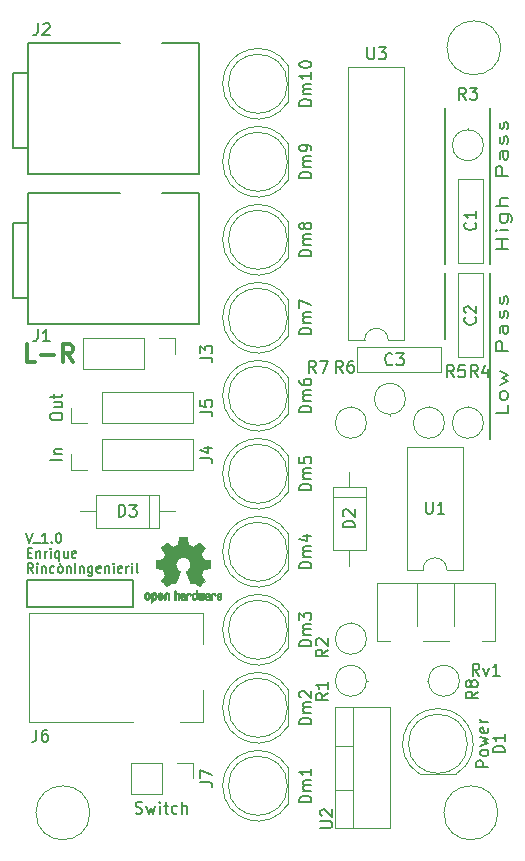
<source format=gbr>
G04 #@! TF.FileFunction,Legend,Top*
%FSLAX46Y46*%
G04 Gerber Fmt 4.6, Leading zero omitted, Abs format (unit mm)*
G04 Created by KiCad (PCBNEW 4.0.2-stable) date 19/08/2017 21:27:20*
%MOMM*%
G01*
G04 APERTURE LIST*
%ADD10C,0.100000*%
%ADD11C,0.300000*%
%ADD12C,0.200000*%
%ADD13C,0.150000*%
%ADD14C,0.120000*%
%ADD15C,0.010000*%
G04 APERTURE END LIST*
D10*
D11*
X119308715Y-105326571D02*
X118594429Y-105326571D01*
X118594429Y-103826571D01*
X119808715Y-104755143D02*
X120951572Y-104755143D01*
X122523001Y-105326571D02*
X122023001Y-104612286D01*
X121665858Y-105326571D02*
X121665858Y-103826571D01*
X122237286Y-103826571D01*
X122380144Y-103898000D01*
X122451572Y-103969429D01*
X122523001Y-104112286D01*
X122523001Y-104326571D01*
X122451572Y-104469429D01*
X122380144Y-104540857D01*
X122237286Y-104612286D01*
X121665858Y-104612286D01*
D12*
X154051000Y-97790000D02*
X154051000Y-103378000D01*
X154051000Y-97028000D02*
X154051000Y-83820000D01*
X118618000Y-126111000D02*
X118618000Y-123825000D01*
X127635000Y-126111000D02*
X118618000Y-126111000D01*
X127635000Y-123825000D02*
X127635000Y-126111000D01*
X118618000Y-123825000D02*
X127635000Y-123825000D01*
D13*
X118567190Y-119830905D02*
X118833857Y-120630905D01*
X119100524Y-119830905D01*
X119176714Y-120707095D02*
X119786238Y-120707095D01*
X120395762Y-120630905D02*
X119938619Y-120630905D01*
X120167190Y-120630905D02*
X120167190Y-119830905D01*
X120091000Y-119945190D01*
X120014809Y-120021381D01*
X119938619Y-120059476D01*
X120738619Y-120554714D02*
X120776714Y-120592810D01*
X120738619Y-120630905D01*
X120700524Y-120592810D01*
X120738619Y-120554714D01*
X120738619Y-120630905D01*
X121271952Y-119830905D02*
X121348143Y-119830905D01*
X121424333Y-119869000D01*
X121462428Y-119907095D01*
X121500524Y-119983286D01*
X121538619Y-120135667D01*
X121538619Y-120326143D01*
X121500524Y-120478524D01*
X121462428Y-120554714D01*
X121424333Y-120592810D01*
X121348143Y-120630905D01*
X121271952Y-120630905D01*
X121195762Y-120592810D01*
X121157666Y-120554714D01*
X121119571Y-120478524D01*
X121081476Y-120326143D01*
X121081476Y-120135667D01*
X121119571Y-119983286D01*
X121157666Y-119907095D01*
X121195762Y-119869000D01*
X121271952Y-119830905D01*
X118681476Y-121481857D02*
X118948143Y-121481857D01*
X119062429Y-121900905D02*
X118681476Y-121900905D01*
X118681476Y-121100905D01*
X119062429Y-121100905D01*
X119405286Y-121367571D02*
X119405286Y-121900905D01*
X119405286Y-121443762D02*
X119443381Y-121405667D01*
X119519572Y-121367571D01*
X119633858Y-121367571D01*
X119710048Y-121405667D01*
X119748143Y-121481857D01*
X119748143Y-121900905D01*
X120129096Y-121900905D02*
X120129096Y-121367571D01*
X120129096Y-121519952D02*
X120167191Y-121443762D01*
X120205287Y-121405667D01*
X120281477Y-121367571D01*
X120357668Y-121367571D01*
X120624334Y-121900905D02*
X120624334Y-121367571D01*
X120624334Y-121100905D02*
X120586239Y-121139000D01*
X120624334Y-121177095D01*
X120662429Y-121139000D01*
X120624334Y-121100905D01*
X120624334Y-121177095D01*
X121348143Y-121367571D02*
X121348143Y-122167571D01*
X121348143Y-121862810D02*
X121271953Y-121900905D01*
X121119572Y-121900905D01*
X121043381Y-121862810D01*
X121005286Y-121824714D01*
X120967191Y-121748524D01*
X120967191Y-121519952D01*
X121005286Y-121443762D01*
X121043381Y-121405667D01*
X121119572Y-121367571D01*
X121271953Y-121367571D01*
X121348143Y-121405667D01*
X122071953Y-121367571D02*
X122071953Y-121900905D01*
X121729096Y-121367571D02*
X121729096Y-121786619D01*
X121767191Y-121862810D01*
X121843382Y-121900905D01*
X121957668Y-121900905D01*
X122033858Y-121862810D01*
X122071953Y-121824714D01*
X122757668Y-121862810D02*
X122681478Y-121900905D01*
X122529097Y-121900905D01*
X122452906Y-121862810D01*
X122414811Y-121786619D01*
X122414811Y-121481857D01*
X122452906Y-121405667D01*
X122529097Y-121367571D01*
X122681478Y-121367571D01*
X122757668Y-121405667D01*
X122795763Y-121481857D01*
X122795763Y-121558048D01*
X122414811Y-121634238D01*
X119138619Y-123170905D02*
X118871952Y-122789952D01*
X118681476Y-123170905D02*
X118681476Y-122370905D01*
X118986238Y-122370905D01*
X119062429Y-122409000D01*
X119100524Y-122447095D01*
X119138619Y-122523286D01*
X119138619Y-122637571D01*
X119100524Y-122713762D01*
X119062429Y-122751857D01*
X118986238Y-122789952D01*
X118681476Y-122789952D01*
X119481476Y-123170905D02*
X119481476Y-122637571D01*
X119481476Y-122370905D02*
X119443381Y-122409000D01*
X119481476Y-122447095D01*
X119519571Y-122409000D01*
X119481476Y-122370905D01*
X119481476Y-122447095D01*
X119862428Y-122637571D02*
X119862428Y-123170905D01*
X119862428Y-122713762D02*
X119900523Y-122675667D01*
X119976714Y-122637571D01*
X120091000Y-122637571D01*
X120167190Y-122675667D01*
X120205285Y-122751857D01*
X120205285Y-123170905D01*
X120929095Y-123132810D02*
X120852905Y-123170905D01*
X120700524Y-123170905D01*
X120624333Y-123132810D01*
X120586238Y-123094714D01*
X120548143Y-123018524D01*
X120548143Y-122789952D01*
X120586238Y-122713762D01*
X120624333Y-122675667D01*
X120700524Y-122637571D01*
X120852905Y-122637571D01*
X120929095Y-122675667D01*
X121386238Y-123170905D02*
X121310047Y-123132810D01*
X121271952Y-123094714D01*
X121233857Y-123018524D01*
X121233857Y-122789952D01*
X121271952Y-122713762D01*
X121310047Y-122675667D01*
X121386238Y-122637571D01*
X121500524Y-122637571D01*
X121576714Y-122675667D01*
X121614809Y-122713762D01*
X121652905Y-122789952D01*
X121652905Y-123018524D01*
X121614809Y-123094714D01*
X121576714Y-123132810D01*
X121500524Y-123170905D01*
X121386238Y-123170905D01*
X121538619Y-122332810D02*
X121424333Y-122447095D01*
X121995762Y-122637571D02*
X121995762Y-123170905D01*
X121995762Y-122713762D02*
X122033857Y-122675667D01*
X122110048Y-122637571D01*
X122224334Y-122637571D01*
X122300524Y-122675667D01*
X122338619Y-122751857D01*
X122338619Y-123170905D01*
X122719572Y-123170905D02*
X122719572Y-122370905D01*
X123100524Y-122637571D02*
X123100524Y-123170905D01*
X123100524Y-122713762D02*
X123138619Y-122675667D01*
X123214810Y-122637571D01*
X123329096Y-122637571D01*
X123405286Y-122675667D01*
X123443381Y-122751857D01*
X123443381Y-123170905D01*
X124167191Y-122637571D02*
X124167191Y-123285190D01*
X124129096Y-123361381D01*
X124091001Y-123399476D01*
X124014810Y-123437571D01*
X123900525Y-123437571D01*
X123824334Y-123399476D01*
X124167191Y-123132810D02*
X124091001Y-123170905D01*
X123938620Y-123170905D01*
X123862429Y-123132810D01*
X123824334Y-123094714D01*
X123786239Y-123018524D01*
X123786239Y-122789952D01*
X123824334Y-122713762D01*
X123862429Y-122675667D01*
X123938620Y-122637571D01*
X124091001Y-122637571D01*
X124167191Y-122675667D01*
X124852906Y-123132810D02*
X124776716Y-123170905D01*
X124624335Y-123170905D01*
X124548144Y-123132810D01*
X124510049Y-123056619D01*
X124510049Y-122751857D01*
X124548144Y-122675667D01*
X124624335Y-122637571D01*
X124776716Y-122637571D01*
X124852906Y-122675667D01*
X124891001Y-122751857D01*
X124891001Y-122828048D01*
X124510049Y-122904238D01*
X125233858Y-122637571D02*
X125233858Y-123170905D01*
X125233858Y-122713762D02*
X125271953Y-122675667D01*
X125348144Y-122637571D01*
X125462430Y-122637571D01*
X125538620Y-122675667D01*
X125576715Y-122751857D01*
X125576715Y-123170905D01*
X125957668Y-123170905D02*
X125957668Y-122637571D01*
X125957668Y-122370905D02*
X125919573Y-122409000D01*
X125957668Y-122447095D01*
X125995763Y-122409000D01*
X125957668Y-122370905D01*
X125957668Y-122447095D01*
X126643382Y-123132810D02*
X126567192Y-123170905D01*
X126414811Y-123170905D01*
X126338620Y-123132810D01*
X126300525Y-123056619D01*
X126300525Y-122751857D01*
X126338620Y-122675667D01*
X126414811Y-122637571D01*
X126567192Y-122637571D01*
X126643382Y-122675667D01*
X126681477Y-122751857D01*
X126681477Y-122828048D01*
X126300525Y-122904238D01*
X127024334Y-123170905D02*
X127024334Y-122637571D01*
X127024334Y-122789952D02*
X127062429Y-122713762D01*
X127100525Y-122675667D01*
X127176715Y-122637571D01*
X127252906Y-122637571D01*
X127519572Y-123170905D02*
X127519572Y-122637571D01*
X127519572Y-122370905D02*
X127481477Y-122409000D01*
X127519572Y-122447095D01*
X127557667Y-122409000D01*
X127519572Y-122370905D01*
X127519572Y-122447095D01*
X128014810Y-123170905D02*
X127938619Y-123132810D01*
X127900524Y-123056619D01*
X127900524Y-122370905D01*
X159329381Y-108989286D02*
X159329381Y-109703572D01*
X158329381Y-109703572D01*
X159329381Y-108275000D02*
X159281762Y-108417858D01*
X159234143Y-108489286D01*
X159138905Y-108560715D01*
X158853190Y-108560715D01*
X158757952Y-108489286D01*
X158710333Y-108417858D01*
X158662714Y-108275000D01*
X158662714Y-108060715D01*
X158710333Y-107917858D01*
X158757952Y-107846429D01*
X158853190Y-107775000D01*
X159138905Y-107775000D01*
X159234143Y-107846429D01*
X159281762Y-107917858D01*
X159329381Y-108060715D01*
X159329381Y-108275000D01*
X158662714Y-107275000D02*
X159329381Y-106989286D01*
X158853190Y-106703572D01*
X159329381Y-106417857D01*
X158662714Y-106132143D01*
X159329381Y-104417857D02*
X158329381Y-104417857D01*
X158329381Y-103846429D01*
X158377000Y-103703571D01*
X158424619Y-103632143D01*
X158519857Y-103560714D01*
X158662714Y-103560714D01*
X158757952Y-103632143D01*
X158805571Y-103703571D01*
X158853190Y-103846429D01*
X158853190Y-104417857D01*
X159329381Y-102275000D02*
X158805571Y-102275000D01*
X158710333Y-102346429D01*
X158662714Y-102489286D01*
X158662714Y-102775000D01*
X158710333Y-102917857D01*
X159281762Y-102275000D02*
X159329381Y-102417857D01*
X159329381Y-102775000D01*
X159281762Y-102917857D01*
X159186524Y-102989286D01*
X159091286Y-102989286D01*
X158996048Y-102917857D01*
X158948429Y-102775000D01*
X158948429Y-102417857D01*
X158900810Y-102275000D01*
X159281762Y-101632143D02*
X159329381Y-101489286D01*
X159329381Y-101203571D01*
X159281762Y-101060714D01*
X159186524Y-100989286D01*
X159138905Y-100989286D01*
X159043667Y-101060714D01*
X158996048Y-101203571D01*
X158996048Y-101417857D01*
X158948429Y-101560714D01*
X158853190Y-101632143D01*
X158805571Y-101632143D01*
X158710333Y-101560714D01*
X158662714Y-101417857D01*
X158662714Y-101203571D01*
X158710333Y-101060714D01*
X159281762Y-100417857D02*
X159329381Y-100275000D01*
X159329381Y-99989285D01*
X159281762Y-99846428D01*
X159186524Y-99775000D01*
X159138905Y-99775000D01*
X159043667Y-99846428D01*
X158996048Y-99989285D01*
X158996048Y-100203571D01*
X158948429Y-100346428D01*
X158853190Y-100417857D01*
X158805571Y-100417857D01*
X158710333Y-100346428D01*
X158662714Y-100203571D01*
X158662714Y-99989285D01*
X158710333Y-99846428D01*
X159329381Y-95781143D02*
X158329381Y-95781143D01*
X158805571Y-95781143D02*
X158805571Y-94924000D01*
X159329381Y-94924000D02*
X158329381Y-94924000D01*
X159329381Y-94209714D02*
X158662714Y-94209714D01*
X158329381Y-94209714D02*
X158377000Y-94281143D01*
X158424619Y-94209714D01*
X158377000Y-94138286D01*
X158329381Y-94209714D01*
X158424619Y-94209714D01*
X158662714Y-92852571D02*
X159472238Y-92852571D01*
X159567476Y-92924000D01*
X159615095Y-92995428D01*
X159662714Y-93138285D01*
X159662714Y-93352571D01*
X159615095Y-93495428D01*
X159281762Y-92852571D02*
X159329381Y-92995428D01*
X159329381Y-93281142D01*
X159281762Y-93424000D01*
X159234143Y-93495428D01*
X159138905Y-93566857D01*
X158853190Y-93566857D01*
X158757952Y-93495428D01*
X158710333Y-93424000D01*
X158662714Y-93281142D01*
X158662714Y-92995428D01*
X158710333Y-92852571D01*
X159329381Y-92138285D02*
X158329381Y-92138285D01*
X159329381Y-91495428D02*
X158805571Y-91495428D01*
X158710333Y-91566857D01*
X158662714Y-91709714D01*
X158662714Y-91923999D01*
X158710333Y-92066857D01*
X158757952Y-92138285D01*
X159329381Y-89638285D02*
X158329381Y-89638285D01*
X158329381Y-89066857D01*
X158377000Y-88923999D01*
X158424619Y-88852571D01*
X158519857Y-88781142D01*
X158662714Y-88781142D01*
X158757952Y-88852571D01*
X158805571Y-88923999D01*
X158853190Y-89066857D01*
X158853190Y-89638285D01*
X159329381Y-87495428D02*
X158805571Y-87495428D01*
X158710333Y-87566857D01*
X158662714Y-87709714D01*
X158662714Y-87995428D01*
X158710333Y-88138285D01*
X159281762Y-87495428D02*
X159329381Y-87638285D01*
X159329381Y-87995428D01*
X159281762Y-88138285D01*
X159186524Y-88209714D01*
X159091286Y-88209714D01*
X158996048Y-88138285D01*
X158948429Y-87995428D01*
X158948429Y-87638285D01*
X158900810Y-87495428D01*
X159281762Y-86852571D02*
X159329381Y-86709714D01*
X159329381Y-86423999D01*
X159281762Y-86281142D01*
X159186524Y-86209714D01*
X159138905Y-86209714D01*
X159043667Y-86281142D01*
X158996048Y-86423999D01*
X158996048Y-86638285D01*
X158948429Y-86781142D01*
X158853190Y-86852571D01*
X158805571Y-86852571D01*
X158710333Y-86781142D01*
X158662714Y-86638285D01*
X158662714Y-86423999D01*
X158710333Y-86281142D01*
X159281762Y-85638285D02*
X159329381Y-85495428D01*
X159329381Y-85209713D01*
X159281762Y-85066856D01*
X159186524Y-84995428D01*
X159138905Y-84995428D01*
X159043667Y-85066856D01*
X158996048Y-85209713D01*
X158996048Y-85423999D01*
X158948429Y-85566856D01*
X158853190Y-85638285D01*
X158805571Y-85638285D01*
X158710333Y-85566856D01*
X158662714Y-85423999D01*
X158662714Y-85209713D01*
X158710333Y-85066856D01*
D12*
X157861000Y-97028000D02*
X157861000Y-83820000D01*
X157861000Y-97790000D02*
X157861000Y-111887000D01*
D14*
X148288000Y-128966000D02*
X148288000Y-124045000D01*
X158209000Y-128966000D02*
X158209000Y-124045000D01*
X148288000Y-124045000D02*
X158209000Y-124045000D01*
X157114000Y-128966000D02*
X158209000Y-128966000D01*
X148288000Y-128966000D02*
X149384000Y-128966000D01*
X152114000Y-128966000D02*
X154384000Y-128966000D01*
X151689000Y-127720000D02*
X151689000Y-124045000D01*
X154810000Y-127720000D02*
X154810000Y-124045000D01*
X152114000Y-128966000D02*
X154384000Y-128966000D01*
X151689000Y-124045000D02*
X154810000Y-124045000D01*
X154162000Y-122929000D02*
X155532000Y-122929000D01*
X155532000Y-122929000D02*
X155532000Y-112529000D01*
X155532000Y-112529000D02*
X150792000Y-112529000D01*
X150792000Y-112529000D02*
X150792000Y-122929000D01*
X150792000Y-122929000D02*
X152162000Y-122929000D01*
X152162000Y-122929000D02*
G75*
G02X154162000Y-122929000I1000000J0D01*
G01*
X132648000Y-114487000D02*
X132648000Y-111827000D01*
X124968000Y-114487000D02*
X132648000Y-114487000D01*
X124968000Y-111827000D02*
X132648000Y-111827000D01*
X124968000Y-114487000D02*
X124968000Y-111827000D01*
X123698000Y-114487000D02*
X122368000Y-114487000D01*
X122368000Y-114487000D02*
X122368000Y-113157000D01*
X149209000Y-103498000D02*
X150579000Y-103498000D01*
X150579000Y-103498000D02*
X150579000Y-80398000D01*
X150579000Y-80398000D02*
X145839000Y-80398000D01*
X145839000Y-80398000D02*
X145839000Y-103498000D01*
X145839000Y-103498000D02*
X147209000Y-103498000D01*
X147209000Y-103498000D02*
G75*
G02X149209000Y-103498000I1000000J0D01*
G01*
X153714000Y-106216000D02*
X146594000Y-106216000D01*
X153714000Y-104096000D02*
X146594000Y-104096000D01*
X153714000Y-106216000D02*
X153714000Y-104096000D01*
X146594000Y-106216000D02*
X146594000Y-104096000D01*
D13*
X118745000Y-80899000D02*
X117475000Y-80899000D01*
X117475000Y-80899000D02*
X117475000Y-87249000D01*
X117475000Y-87249000D02*
X118745000Y-87249000D01*
X118745000Y-89408000D02*
X118745000Y-78359000D01*
X133223000Y-89408000D02*
X118745000Y-89408000D01*
X130048000Y-78359000D02*
X133223000Y-78359000D01*
X133223000Y-78359000D02*
X133223000Y-89408000D01*
X118745000Y-78359000D02*
X126492000Y-78359000D01*
X126492000Y-78359000D02*
X126365000Y-78359000D01*
D14*
X132648000Y-110550000D02*
X132648000Y-107890000D01*
X124968000Y-110550000D02*
X132648000Y-110550000D01*
X124968000Y-107890000D02*
X132648000Y-107890000D01*
X124968000Y-110550000D02*
X124968000Y-107890000D01*
X123698000Y-110550000D02*
X122368000Y-110550000D01*
X122368000Y-110550000D02*
X122368000Y-109220000D01*
X147360000Y-110490000D02*
G75*
G03X147360000Y-110490000I-1310000J0D01*
G01*
X146050000Y-109180000D02*
X146050000Y-109050000D01*
X153964000Y-110490000D02*
G75*
G03X153964000Y-110490000I-1310000J0D01*
G01*
X152654000Y-109180000D02*
X152654000Y-109050000D01*
X129787000Y-119393000D02*
X129787000Y-116573000D01*
X129787000Y-116573000D02*
X124467000Y-116573000D01*
X124467000Y-116573000D02*
X124467000Y-119393000D01*
X124467000Y-119393000D02*
X129787000Y-119393000D01*
X131127000Y-117983000D02*
X129787000Y-117983000D01*
X123127000Y-117983000D02*
X124467000Y-117983000D01*
X128947000Y-119393000D02*
X128947000Y-116573000D01*
X155150000Y-96945000D02*
X155150000Y-89825000D01*
X157270000Y-96945000D02*
X157270000Y-89825000D01*
X155150000Y-96945000D02*
X157270000Y-96945000D01*
X155150000Y-89825000D02*
X157270000Y-89825000D01*
X155150000Y-104946000D02*
X155150000Y-97826000D01*
X157270000Y-104946000D02*
X157270000Y-97826000D01*
X155150000Y-104946000D02*
X157270000Y-104946000D01*
X155150000Y-97826000D02*
X157270000Y-97826000D01*
X153416462Y-134678000D02*
G75*
G03X151871170Y-140228000I-462J-2990000D01*
G01*
X153415538Y-134678000D02*
G75*
G02X154960830Y-140228000I462J-2990000D01*
G01*
X155916000Y-137668000D02*
G75*
G03X155916000Y-137668000I-2500000J0D01*
G01*
X151871000Y-140228000D02*
X154961000Y-140228000D01*
X147333000Y-115958000D02*
X144513000Y-115958000D01*
X144513000Y-115958000D02*
X144513000Y-121278000D01*
X144513000Y-121278000D02*
X147333000Y-121278000D01*
X147333000Y-121278000D02*
X147333000Y-115958000D01*
X145923000Y-114618000D02*
X145923000Y-115958000D01*
X145923000Y-122618000D02*
X145923000Y-121278000D01*
X147333000Y-116798000D02*
X144513000Y-116798000D01*
X135186000Y-141223538D02*
G75*
G03X140736000Y-142768830I2990000J-462D01*
G01*
X135186000Y-141224462D02*
G75*
G02X140736000Y-139679170I2990000J462D01*
G01*
X140676000Y-141224000D02*
G75*
G03X140676000Y-141224000I-2500000J0D01*
G01*
X140736000Y-142769000D02*
X140736000Y-139679000D01*
X135186000Y-134619538D02*
G75*
G03X140736000Y-136164830I2990000J-462D01*
G01*
X135186000Y-134620462D02*
G75*
G02X140736000Y-133075170I2990000J462D01*
G01*
X140676000Y-134620000D02*
G75*
G03X140676000Y-134620000I-2500000J0D01*
G01*
X140736000Y-136165000D02*
X140736000Y-133075000D01*
X135186000Y-128015538D02*
G75*
G03X140736000Y-129560830I2990000J-462D01*
G01*
X135186000Y-128016462D02*
G75*
G02X140736000Y-126471170I2990000J462D01*
G01*
X140676000Y-128016000D02*
G75*
G03X140676000Y-128016000I-2500000J0D01*
G01*
X140736000Y-129561000D02*
X140736000Y-126471000D01*
X135186000Y-121411538D02*
G75*
G03X140736000Y-122956830I2990000J-462D01*
G01*
X135186000Y-121412462D02*
G75*
G02X140736000Y-119867170I2990000J462D01*
G01*
X140676000Y-121412000D02*
G75*
G03X140676000Y-121412000I-2500000J0D01*
G01*
X140736000Y-122957000D02*
X140736000Y-119867000D01*
X135186000Y-114807538D02*
G75*
G03X140736000Y-116352830I2990000J-462D01*
G01*
X135186000Y-114808462D02*
G75*
G02X140736000Y-113263170I2990000J462D01*
G01*
X140676000Y-114808000D02*
G75*
G03X140676000Y-114808000I-2500000J0D01*
G01*
X140736000Y-116353000D02*
X140736000Y-113263000D01*
X135186000Y-108203538D02*
G75*
G03X140736000Y-109748830I2990000J-462D01*
G01*
X135186000Y-108204462D02*
G75*
G02X140736000Y-106659170I2990000J462D01*
G01*
X140676000Y-108204000D02*
G75*
G03X140676000Y-108204000I-2500000J0D01*
G01*
X140736000Y-109749000D02*
X140736000Y-106659000D01*
X135186000Y-101599538D02*
G75*
G03X140736000Y-103144830I2990000J-462D01*
G01*
X135186000Y-101600462D02*
G75*
G02X140736000Y-100055170I2990000J462D01*
G01*
X140676000Y-101600000D02*
G75*
G03X140676000Y-101600000I-2500000J0D01*
G01*
X140736000Y-103145000D02*
X140736000Y-100055000D01*
X135186000Y-94995538D02*
G75*
G03X140736000Y-96540830I2990000J-462D01*
G01*
X135186000Y-94996462D02*
G75*
G02X140736000Y-93451170I2990000J462D01*
G01*
X140676000Y-94996000D02*
G75*
G03X140676000Y-94996000I-2500000J0D01*
G01*
X140736000Y-96541000D02*
X140736000Y-93451000D01*
X135186000Y-88391538D02*
G75*
G03X140736000Y-89936830I2990000J-462D01*
G01*
X135186000Y-88392462D02*
G75*
G02X140736000Y-86847170I2990000J462D01*
G01*
X140676000Y-88392000D02*
G75*
G03X140676000Y-88392000I-2500000J0D01*
G01*
X140736000Y-89937000D02*
X140736000Y-86847000D01*
X135186000Y-81787538D02*
G75*
G03X140736000Y-83332830I2990000J-462D01*
G01*
X135186000Y-81788462D02*
G75*
G02X140736000Y-80243170I2990000J462D01*
G01*
X140676000Y-81788000D02*
G75*
G03X140676000Y-81788000I-2500000J0D01*
G01*
X140736000Y-83333000D02*
X140736000Y-80243000D01*
D13*
X118745000Y-93599000D02*
X117475000Y-93599000D01*
X117475000Y-93599000D02*
X117475000Y-99949000D01*
X117475000Y-99949000D02*
X118745000Y-99949000D01*
X118745000Y-102108000D02*
X118745000Y-91059000D01*
X133223000Y-102108000D02*
X118745000Y-102108000D01*
X130048000Y-91059000D02*
X133223000Y-91059000D01*
X133223000Y-91059000D02*
X133223000Y-102108000D01*
X118745000Y-91059000D02*
X126492000Y-91059000D01*
X126492000Y-91059000D02*
X126365000Y-91059000D01*
D14*
X123384000Y-103318000D02*
X123384000Y-105978000D01*
X128524000Y-103318000D02*
X123384000Y-103318000D01*
X128524000Y-105978000D02*
X123384000Y-105978000D01*
X128524000Y-103318000D02*
X128524000Y-105978000D01*
X129794000Y-103318000D02*
X131124000Y-103318000D01*
X131124000Y-103318000D02*
X131124000Y-104648000D01*
X127588000Y-135791000D02*
X118788000Y-135791000D01*
X118788000Y-135791000D02*
X118788000Y-126591000D01*
X133488000Y-133091000D02*
X133488000Y-135791000D01*
X133488000Y-135791000D02*
X131588000Y-135791000D01*
X118788000Y-126591000D02*
X133488000Y-126591000D01*
X133488000Y-126591000D02*
X133488000Y-129191000D01*
X127448000Y-139259000D02*
X127448000Y-141919000D01*
X130048000Y-139259000D02*
X127448000Y-139259000D01*
X130048000Y-141919000D02*
X127448000Y-141919000D01*
X130048000Y-139259000D02*
X130048000Y-141919000D01*
X131318000Y-139259000D02*
X132648000Y-139259000D01*
X132648000Y-139259000D02*
X132648000Y-140589000D01*
X147360000Y-132334000D02*
G75*
G03X147360000Y-132334000I-1310000J0D01*
G01*
X147360000Y-132334000D02*
X147490000Y-132334000D01*
X147360000Y-128778000D02*
G75*
G03X147360000Y-128778000I-1310000J0D01*
G01*
X146050000Y-127468000D02*
X146050000Y-127338000D01*
X157266000Y-86995000D02*
G75*
G03X157266000Y-86995000I-1310000J0D01*
G01*
X155956000Y-85685000D02*
X155956000Y-85555000D01*
X157266000Y-110490000D02*
G75*
G03X157266000Y-110490000I-1310000J0D01*
G01*
X155956000Y-109180000D02*
X155956000Y-109050000D01*
X150662000Y-108458000D02*
G75*
G03X150662000Y-108458000I-1310000J0D01*
G01*
X149352000Y-109768000D02*
X149352000Y-109898000D01*
X155234000Y-132334000D02*
G75*
G03X155234000Y-132334000I-1310000J0D01*
G01*
X152614000Y-132334000D02*
X152484000Y-132334000D01*
X144700000Y-144820000D02*
X144700000Y-134580000D01*
X149341000Y-144820000D02*
X149341000Y-134580000D01*
X144700000Y-144820000D02*
X149341000Y-144820000D01*
X144700000Y-134580000D02*
X149341000Y-134580000D01*
X146210000Y-144820000D02*
X146210000Y-134580000D01*
X144700000Y-141550000D02*
X146210000Y-141550000D01*
X144700000Y-137849000D02*
X146210000Y-137849000D01*
D15*
G36*
X129425744Y-124855918D02*
X129481201Y-124883568D01*
X129530148Y-124934480D01*
X129543629Y-124953338D01*
X129558314Y-124978015D01*
X129567842Y-125004816D01*
X129573293Y-125040587D01*
X129575747Y-125092169D01*
X129576286Y-125160267D01*
X129573852Y-125253588D01*
X129565394Y-125323657D01*
X129549174Y-125375931D01*
X129523454Y-125415869D01*
X129486497Y-125448929D01*
X129483782Y-125450886D01*
X129447360Y-125470908D01*
X129403502Y-125480815D01*
X129347724Y-125483257D01*
X129257048Y-125483257D01*
X129257010Y-125571283D01*
X129256166Y-125620308D01*
X129251024Y-125649065D01*
X129237587Y-125666311D01*
X129211858Y-125680808D01*
X129205679Y-125683769D01*
X129176764Y-125697648D01*
X129154376Y-125706414D01*
X129137729Y-125707171D01*
X129126036Y-125697023D01*
X129118510Y-125673073D01*
X129114366Y-125632426D01*
X129112815Y-125572186D01*
X129113071Y-125489455D01*
X129114349Y-125381339D01*
X129114748Y-125349000D01*
X129116185Y-125237524D01*
X129117472Y-125164603D01*
X129256971Y-125164603D01*
X129257755Y-125226499D01*
X129261240Y-125266997D01*
X129269124Y-125293708D01*
X129283105Y-125314244D01*
X129292597Y-125324260D01*
X129331404Y-125353567D01*
X129365763Y-125355952D01*
X129401216Y-125331750D01*
X129402114Y-125330857D01*
X129416539Y-125312153D01*
X129425313Y-125286732D01*
X129429739Y-125247584D01*
X129431118Y-125187697D01*
X129431143Y-125174430D01*
X129427812Y-125091901D01*
X129416969Y-125034691D01*
X129397340Y-124999766D01*
X129367650Y-124984094D01*
X129350491Y-124982514D01*
X129309766Y-124989926D01*
X129281832Y-125014330D01*
X129265017Y-125058980D01*
X129257650Y-125127130D01*
X129256971Y-125164603D01*
X129117472Y-125164603D01*
X129117708Y-125151245D01*
X129119677Y-125086333D01*
X129122450Y-125038958D01*
X129126388Y-125005290D01*
X129131849Y-124981498D01*
X129139192Y-124963753D01*
X129148777Y-124948224D01*
X129152887Y-124942381D01*
X129207405Y-124887185D01*
X129276336Y-124855890D01*
X129356072Y-124847165D01*
X129425744Y-124855918D01*
X129425744Y-124855918D01*
G37*
X129425744Y-124855918D02*
X129481201Y-124883568D01*
X129530148Y-124934480D01*
X129543629Y-124953338D01*
X129558314Y-124978015D01*
X129567842Y-125004816D01*
X129573293Y-125040587D01*
X129575747Y-125092169D01*
X129576286Y-125160267D01*
X129573852Y-125253588D01*
X129565394Y-125323657D01*
X129549174Y-125375931D01*
X129523454Y-125415869D01*
X129486497Y-125448929D01*
X129483782Y-125450886D01*
X129447360Y-125470908D01*
X129403502Y-125480815D01*
X129347724Y-125483257D01*
X129257048Y-125483257D01*
X129257010Y-125571283D01*
X129256166Y-125620308D01*
X129251024Y-125649065D01*
X129237587Y-125666311D01*
X129211858Y-125680808D01*
X129205679Y-125683769D01*
X129176764Y-125697648D01*
X129154376Y-125706414D01*
X129137729Y-125707171D01*
X129126036Y-125697023D01*
X129118510Y-125673073D01*
X129114366Y-125632426D01*
X129112815Y-125572186D01*
X129113071Y-125489455D01*
X129114349Y-125381339D01*
X129114748Y-125349000D01*
X129116185Y-125237524D01*
X129117472Y-125164603D01*
X129256971Y-125164603D01*
X129257755Y-125226499D01*
X129261240Y-125266997D01*
X129269124Y-125293708D01*
X129283105Y-125314244D01*
X129292597Y-125324260D01*
X129331404Y-125353567D01*
X129365763Y-125355952D01*
X129401216Y-125331750D01*
X129402114Y-125330857D01*
X129416539Y-125312153D01*
X129425313Y-125286732D01*
X129429739Y-125247584D01*
X129431118Y-125187697D01*
X129431143Y-125174430D01*
X129427812Y-125091901D01*
X129416969Y-125034691D01*
X129397340Y-124999766D01*
X129367650Y-124984094D01*
X129350491Y-124982514D01*
X129309766Y-124989926D01*
X129281832Y-125014330D01*
X129265017Y-125058980D01*
X129257650Y-125127130D01*
X129256971Y-125164603D01*
X129117472Y-125164603D01*
X129117708Y-125151245D01*
X129119677Y-125086333D01*
X129122450Y-125038958D01*
X129126388Y-125005290D01*
X129131849Y-124981498D01*
X129139192Y-124963753D01*
X129148777Y-124948224D01*
X129152887Y-124942381D01*
X129207405Y-124887185D01*
X129276336Y-124855890D01*
X129356072Y-124847165D01*
X129425744Y-124855918D01*
G36*
X130542093Y-124863780D02*
X130588672Y-124890723D01*
X130621057Y-124917466D01*
X130644742Y-124945484D01*
X130661059Y-124979748D01*
X130671339Y-125025227D01*
X130676914Y-125086892D01*
X130679116Y-125169711D01*
X130679371Y-125229246D01*
X130679371Y-125448391D01*
X130617686Y-125476044D01*
X130556000Y-125503697D01*
X130548743Y-125263670D01*
X130545744Y-125174028D01*
X130542598Y-125108962D01*
X130538701Y-125064026D01*
X130533447Y-125034770D01*
X130526231Y-125016748D01*
X130516450Y-125005511D01*
X130513312Y-125003079D01*
X130465761Y-124984083D01*
X130417697Y-124991600D01*
X130389086Y-125011543D01*
X130377447Y-125025675D01*
X130369391Y-125044220D01*
X130364271Y-125072334D01*
X130361441Y-125115173D01*
X130360256Y-125177895D01*
X130360057Y-125243261D01*
X130360018Y-125325268D01*
X130358614Y-125383316D01*
X130353914Y-125422465D01*
X130343987Y-125447780D01*
X130326903Y-125464323D01*
X130300732Y-125477156D01*
X130265775Y-125490491D01*
X130227596Y-125505007D01*
X130232141Y-125247389D01*
X130233971Y-125154519D01*
X130236112Y-125085889D01*
X130239181Y-125036711D01*
X130243794Y-125002198D01*
X130250568Y-124977562D01*
X130260119Y-124958016D01*
X130271634Y-124940770D01*
X130327190Y-124885680D01*
X130394980Y-124853822D01*
X130468713Y-124846191D01*
X130542093Y-124863780D01*
X130542093Y-124863780D01*
G37*
X130542093Y-124863780D02*
X130588672Y-124890723D01*
X130621057Y-124917466D01*
X130644742Y-124945484D01*
X130661059Y-124979748D01*
X130671339Y-125025227D01*
X130676914Y-125086892D01*
X130679116Y-125169711D01*
X130679371Y-125229246D01*
X130679371Y-125448391D01*
X130617686Y-125476044D01*
X130556000Y-125503697D01*
X130548743Y-125263670D01*
X130545744Y-125174028D01*
X130542598Y-125108962D01*
X130538701Y-125064026D01*
X130533447Y-125034770D01*
X130526231Y-125016748D01*
X130516450Y-125005511D01*
X130513312Y-125003079D01*
X130465761Y-124984083D01*
X130417697Y-124991600D01*
X130389086Y-125011543D01*
X130377447Y-125025675D01*
X130369391Y-125044220D01*
X130364271Y-125072334D01*
X130361441Y-125115173D01*
X130360256Y-125177895D01*
X130360057Y-125243261D01*
X130360018Y-125325268D01*
X130358614Y-125383316D01*
X130353914Y-125422465D01*
X130343987Y-125447780D01*
X130326903Y-125464323D01*
X130300732Y-125477156D01*
X130265775Y-125490491D01*
X130227596Y-125505007D01*
X130232141Y-125247389D01*
X130233971Y-125154519D01*
X130236112Y-125085889D01*
X130239181Y-125036711D01*
X130243794Y-125002198D01*
X130250568Y-124977562D01*
X130260119Y-124958016D01*
X130271634Y-124940770D01*
X130327190Y-124885680D01*
X130394980Y-124853822D01*
X130468713Y-124846191D01*
X130542093Y-124863780D01*
G36*
X128867115Y-124857962D02*
X128935145Y-124893733D01*
X128985351Y-124951301D01*
X129003185Y-124988312D01*
X129017063Y-125043882D01*
X129024167Y-125114096D01*
X129024840Y-125190727D01*
X129019427Y-125265552D01*
X129008270Y-125330342D01*
X128991714Y-125376873D01*
X128986626Y-125384887D01*
X128926355Y-125444707D01*
X128854769Y-125480535D01*
X128777092Y-125491020D01*
X128698548Y-125474810D01*
X128676689Y-125465092D01*
X128634122Y-125435143D01*
X128596763Y-125395433D01*
X128593232Y-125390397D01*
X128578881Y-125366124D01*
X128569394Y-125340178D01*
X128563790Y-125306022D01*
X128561086Y-125257119D01*
X128560299Y-125186935D01*
X128560286Y-125171200D01*
X128560322Y-125166192D01*
X128705429Y-125166192D01*
X128706273Y-125232430D01*
X128709596Y-125276386D01*
X128716583Y-125304779D01*
X128728416Y-125324325D01*
X128734457Y-125330857D01*
X128769186Y-125355680D01*
X128802903Y-125354548D01*
X128836995Y-125333016D01*
X128857329Y-125310029D01*
X128869371Y-125276478D01*
X128876134Y-125223569D01*
X128876598Y-125217399D01*
X128877752Y-125121513D01*
X128865688Y-125050299D01*
X128840570Y-125004194D01*
X128802560Y-124983635D01*
X128788992Y-124982514D01*
X128753364Y-124988152D01*
X128728994Y-125007686D01*
X128714093Y-125045042D01*
X128706875Y-125104150D01*
X128705429Y-125166192D01*
X128560322Y-125166192D01*
X128560826Y-125096413D01*
X128563096Y-125044159D01*
X128568068Y-125007949D01*
X128576713Y-124981299D01*
X128590005Y-124957722D01*
X128592943Y-124953338D01*
X128642313Y-124894249D01*
X128696109Y-124859947D01*
X128761602Y-124846331D01*
X128783842Y-124845665D01*
X128867115Y-124857962D01*
X128867115Y-124857962D01*
G37*
X128867115Y-124857962D02*
X128935145Y-124893733D01*
X128985351Y-124951301D01*
X129003185Y-124988312D01*
X129017063Y-125043882D01*
X129024167Y-125114096D01*
X129024840Y-125190727D01*
X129019427Y-125265552D01*
X129008270Y-125330342D01*
X128991714Y-125376873D01*
X128986626Y-125384887D01*
X128926355Y-125444707D01*
X128854769Y-125480535D01*
X128777092Y-125491020D01*
X128698548Y-125474810D01*
X128676689Y-125465092D01*
X128634122Y-125435143D01*
X128596763Y-125395433D01*
X128593232Y-125390397D01*
X128578881Y-125366124D01*
X128569394Y-125340178D01*
X128563790Y-125306022D01*
X128561086Y-125257119D01*
X128560299Y-125186935D01*
X128560286Y-125171200D01*
X128560322Y-125166192D01*
X128705429Y-125166192D01*
X128706273Y-125232430D01*
X128709596Y-125276386D01*
X128716583Y-125304779D01*
X128728416Y-125324325D01*
X128734457Y-125330857D01*
X128769186Y-125355680D01*
X128802903Y-125354548D01*
X128836995Y-125333016D01*
X128857329Y-125310029D01*
X128869371Y-125276478D01*
X128876134Y-125223569D01*
X128876598Y-125217399D01*
X128877752Y-125121513D01*
X128865688Y-125050299D01*
X128840570Y-125004194D01*
X128802560Y-124983635D01*
X128788992Y-124982514D01*
X128753364Y-124988152D01*
X128728994Y-125007686D01*
X128714093Y-125045042D01*
X128706875Y-125104150D01*
X128705429Y-125166192D01*
X128560322Y-125166192D01*
X128560826Y-125096413D01*
X128563096Y-125044159D01*
X128568068Y-125007949D01*
X128576713Y-124981299D01*
X128590005Y-124957722D01*
X128592943Y-124953338D01*
X128642313Y-124894249D01*
X128696109Y-124859947D01*
X128761602Y-124846331D01*
X128783842Y-124845665D01*
X128867115Y-124857962D01*
G36*
X129994303Y-124867239D02*
X130051527Y-124905735D01*
X130095749Y-124961335D01*
X130122167Y-125032086D01*
X130127510Y-125084162D01*
X130126903Y-125105893D01*
X130121822Y-125122531D01*
X130107855Y-125137437D01*
X130080589Y-125153973D01*
X130035612Y-125175498D01*
X129968511Y-125205374D01*
X129968171Y-125205524D01*
X129906407Y-125233813D01*
X129855759Y-125258933D01*
X129821404Y-125278179D01*
X129808518Y-125288848D01*
X129808514Y-125288934D01*
X129819872Y-125312166D01*
X129846431Y-125337774D01*
X129876923Y-125356221D01*
X129892370Y-125359886D01*
X129934515Y-125347212D01*
X129970808Y-125315471D01*
X129988517Y-125280572D01*
X130005552Y-125254845D01*
X130038922Y-125225546D01*
X130078149Y-125200235D01*
X130112756Y-125186471D01*
X130119993Y-125185714D01*
X130128139Y-125198160D01*
X130128630Y-125229972D01*
X130122643Y-125272866D01*
X130111357Y-125318558D01*
X130095950Y-125358761D01*
X130095171Y-125360322D01*
X130048804Y-125425062D01*
X129988711Y-125469097D01*
X129920465Y-125490711D01*
X129849638Y-125488185D01*
X129781804Y-125459804D01*
X129778788Y-125457808D01*
X129725427Y-125409448D01*
X129690340Y-125346352D01*
X129670922Y-125263387D01*
X129668316Y-125240078D01*
X129663701Y-125130055D01*
X129669233Y-125078748D01*
X129808514Y-125078748D01*
X129810324Y-125110753D01*
X129820222Y-125120093D01*
X129844898Y-125113105D01*
X129883795Y-125096587D01*
X129927275Y-125075881D01*
X129928356Y-125075333D01*
X129965209Y-125055949D01*
X129980000Y-125043013D01*
X129976353Y-125029451D01*
X129960995Y-125011632D01*
X129921923Y-124985845D01*
X129879846Y-124983950D01*
X129842103Y-125002717D01*
X129816034Y-125038915D01*
X129808514Y-125078748D01*
X129669233Y-125078748D01*
X129673194Y-125042027D01*
X129697550Y-124972212D01*
X129731456Y-124923302D01*
X129792653Y-124873878D01*
X129860063Y-124849359D01*
X129928880Y-124847797D01*
X129994303Y-124867239D01*
X129994303Y-124867239D01*
G37*
X129994303Y-124867239D02*
X130051527Y-124905735D01*
X130095749Y-124961335D01*
X130122167Y-125032086D01*
X130127510Y-125084162D01*
X130126903Y-125105893D01*
X130121822Y-125122531D01*
X130107855Y-125137437D01*
X130080589Y-125153973D01*
X130035612Y-125175498D01*
X129968511Y-125205374D01*
X129968171Y-125205524D01*
X129906407Y-125233813D01*
X129855759Y-125258933D01*
X129821404Y-125278179D01*
X129808518Y-125288848D01*
X129808514Y-125288934D01*
X129819872Y-125312166D01*
X129846431Y-125337774D01*
X129876923Y-125356221D01*
X129892370Y-125359886D01*
X129934515Y-125347212D01*
X129970808Y-125315471D01*
X129988517Y-125280572D01*
X130005552Y-125254845D01*
X130038922Y-125225546D01*
X130078149Y-125200235D01*
X130112756Y-125186471D01*
X130119993Y-125185714D01*
X130128139Y-125198160D01*
X130128630Y-125229972D01*
X130122643Y-125272866D01*
X130111357Y-125318558D01*
X130095950Y-125358761D01*
X130095171Y-125360322D01*
X130048804Y-125425062D01*
X129988711Y-125469097D01*
X129920465Y-125490711D01*
X129849638Y-125488185D01*
X129781804Y-125459804D01*
X129778788Y-125457808D01*
X129725427Y-125409448D01*
X129690340Y-125346352D01*
X129670922Y-125263387D01*
X129668316Y-125240078D01*
X129663701Y-125130055D01*
X129669233Y-125078748D01*
X129808514Y-125078748D01*
X129810324Y-125110753D01*
X129820222Y-125120093D01*
X129844898Y-125113105D01*
X129883795Y-125096587D01*
X129927275Y-125075881D01*
X129928356Y-125075333D01*
X129965209Y-125055949D01*
X129980000Y-125043013D01*
X129976353Y-125029451D01*
X129960995Y-125011632D01*
X129921923Y-124985845D01*
X129879846Y-124983950D01*
X129842103Y-125002717D01*
X129816034Y-125038915D01*
X129808514Y-125078748D01*
X129669233Y-125078748D01*
X129673194Y-125042027D01*
X129697550Y-124972212D01*
X129731456Y-124923302D01*
X129792653Y-124873878D01*
X129860063Y-124849359D01*
X129928880Y-124847797D01*
X129994303Y-124867239D01*
G36*
X131201886Y-124787289D02*
X131206139Y-124846613D01*
X131211025Y-124881572D01*
X131217795Y-124896820D01*
X131227702Y-124897015D01*
X131230914Y-124895195D01*
X131273644Y-124882015D01*
X131329227Y-124882785D01*
X131385737Y-124896333D01*
X131421082Y-124913861D01*
X131457321Y-124941861D01*
X131483813Y-124973549D01*
X131501999Y-125013813D01*
X131513322Y-125067543D01*
X131519222Y-125139626D01*
X131521143Y-125234951D01*
X131521177Y-125253237D01*
X131521200Y-125458646D01*
X131475491Y-125474580D01*
X131443027Y-125485420D01*
X131425215Y-125490468D01*
X131424691Y-125490514D01*
X131422937Y-125476828D01*
X131421444Y-125439076D01*
X131420326Y-125382224D01*
X131419697Y-125311234D01*
X131419600Y-125268073D01*
X131419398Y-125182973D01*
X131418358Y-125121981D01*
X131415831Y-125080177D01*
X131411164Y-125052642D01*
X131403707Y-125034456D01*
X131392811Y-125020698D01*
X131386007Y-125014073D01*
X131339272Y-124987375D01*
X131288272Y-124985375D01*
X131242001Y-125007955D01*
X131233444Y-125016107D01*
X131220893Y-125031436D01*
X131212188Y-125049618D01*
X131206631Y-125075909D01*
X131203526Y-125115562D01*
X131202176Y-125173832D01*
X131201886Y-125254173D01*
X131201886Y-125458646D01*
X131156177Y-125474580D01*
X131123713Y-125485420D01*
X131105901Y-125490468D01*
X131105377Y-125490514D01*
X131104037Y-125476623D01*
X131102828Y-125437439D01*
X131101801Y-125376700D01*
X131101002Y-125298141D01*
X131100481Y-125205498D01*
X131100286Y-125102509D01*
X131100286Y-124705342D01*
X131147457Y-124685444D01*
X131194629Y-124665547D01*
X131201886Y-124787289D01*
X131201886Y-124787289D01*
G37*
X131201886Y-124787289D02*
X131206139Y-124846613D01*
X131211025Y-124881572D01*
X131217795Y-124896820D01*
X131227702Y-124897015D01*
X131230914Y-124895195D01*
X131273644Y-124882015D01*
X131329227Y-124882785D01*
X131385737Y-124896333D01*
X131421082Y-124913861D01*
X131457321Y-124941861D01*
X131483813Y-124973549D01*
X131501999Y-125013813D01*
X131513322Y-125067543D01*
X131519222Y-125139626D01*
X131521143Y-125234951D01*
X131521177Y-125253237D01*
X131521200Y-125458646D01*
X131475491Y-125474580D01*
X131443027Y-125485420D01*
X131425215Y-125490468D01*
X131424691Y-125490514D01*
X131422937Y-125476828D01*
X131421444Y-125439076D01*
X131420326Y-125382224D01*
X131419697Y-125311234D01*
X131419600Y-125268073D01*
X131419398Y-125182973D01*
X131418358Y-125121981D01*
X131415831Y-125080177D01*
X131411164Y-125052642D01*
X131403707Y-125034456D01*
X131392811Y-125020698D01*
X131386007Y-125014073D01*
X131339272Y-124987375D01*
X131288272Y-124985375D01*
X131242001Y-125007955D01*
X131233444Y-125016107D01*
X131220893Y-125031436D01*
X131212188Y-125049618D01*
X131206631Y-125075909D01*
X131203526Y-125115562D01*
X131202176Y-125173832D01*
X131201886Y-125254173D01*
X131201886Y-125458646D01*
X131156177Y-125474580D01*
X131123713Y-125485420D01*
X131105901Y-125490468D01*
X131105377Y-125490514D01*
X131104037Y-125476623D01*
X131102828Y-125437439D01*
X131101801Y-125376700D01*
X131101002Y-125298141D01*
X131100481Y-125205498D01*
X131100286Y-125102509D01*
X131100286Y-124705342D01*
X131147457Y-124685444D01*
X131194629Y-124665547D01*
X131201886Y-124787289D01*
G36*
X131865744Y-124886968D02*
X131922616Y-124908087D01*
X131923267Y-124908493D01*
X131958440Y-124934380D01*
X131984407Y-124964633D01*
X132002670Y-125004058D01*
X132014732Y-125057462D01*
X132022096Y-125129651D01*
X132026264Y-125225432D01*
X132026629Y-125239078D01*
X132031876Y-125444842D01*
X131987716Y-125467678D01*
X131955763Y-125483110D01*
X131936470Y-125490423D01*
X131935578Y-125490514D01*
X131932239Y-125477022D01*
X131929587Y-125440626D01*
X131927956Y-125387452D01*
X131927600Y-125344393D01*
X131927592Y-125274641D01*
X131924403Y-125230837D01*
X131913288Y-125209944D01*
X131889501Y-125208925D01*
X131848296Y-125224741D01*
X131786086Y-125253815D01*
X131740341Y-125277963D01*
X131716813Y-125298913D01*
X131709896Y-125321747D01*
X131709886Y-125322877D01*
X131721299Y-125362212D01*
X131755092Y-125383462D01*
X131806809Y-125386539D01*
X131844061Y-125386006D01*
X131863703Y-125396735D01*
X131875952Y-125422505D01*
X131883002Y-125455337D01*
X131872842Y-125473966D01*
X131869017Y-125476632D01*
X131833001Y-125487340D01*
X131782566Y-125488856D01*
X131730626Y-125481759D01*
X131693822Y-125468788D01*
X131642938Y-125425585D01*
X131614014Y-125365446D01*
X131608286Y-125318462D01*
X131612657Y-125276082D01*
X131628475Y-125241488D01*
X131659797Y-125210763D01*
X131710678Y-125179990D01*
X131785176Y-125145252D01*
X131789714Y-125143288D01*
X131856821Y-125112287D01*
X131898232Y-125086862D01*
X131915981Y-125064014D01*
X131912107Y-125040745D01*
X131888643Y-125014056D01*
X131881627Y-125007914D01*
X131834630Y-124984100D01*
X131785933Y-124985103D01*
X131743522Y-125008451D01*
X131715384Y-125051675D01*
X131712769Y-125060160D01*
X131687308Y-125101308D01*
X131655001Y-125121128D01*
X131608286Y-125140770D01*
X131608286Y-125089950D01*
X131622496Y-125016082D01*
X131664675Y-124948327D01*
X131686624Y-124925661D01*
X131736517Y-124896569D01*
X131799967Y-124883400D01*
X131865744Y-124886968D01*
X131865744Y-124886968D01*
G37*
X131865744Y-124886968D02*
X131922616Y-124908087D01*
X131923267Y-124908493D01*
X131958440Y-124934380D01*
X131984407Y-124964633D01*
X132002670Y-125004058D01*
X132014732Y-125057462D01*
X132022096Y-125129651D01*
X132026264Y-125225432D01*
X132026629Y-125239078D01*
X132031876Y-125444842D01*
X131987716Y-125467678D01*
X131955763Y-125483110D01*
X131936470Y-125490423D01*
X131935578Y-125490514D01*
X131932239Y-125477022D01*
X131929587Y-125440626D01*
X131927956Y-125387452D01*
X131927600Y-125344393D01*
X131927592Y-125274641D01*
X131924403Y-125230837D01*
X131913288Y-125209944D01*
X131889501Y-125208925D01*
X131848296Y-125224741D01*
X131786086Y-125253815D01*
X131740341Y-125277963D01*
X131716813Y-125298913D01*
X131709896Y-125321747D01*
X131709886Y-125322877D01*
X131721299Y-125362212D01*
X131755092Y-125383462D01*
X131806809Y-125386539D01*
X131844061Y-125386006D01*
X131863703Y-125396735D01*
X131875952Y-125422505D01*
X131883002Y-125455337D01*
X131872842Y-125473966D01*
X131869017Y-125476632D01*
X131833001Y-125487340D01*
X131782566Y-125488856D01*
X131730626Y-125481759D01*
X131693822Y-125468788D01*
X131642938Y-125425585D01*
X131614014Y-125365446D01*
X131608286Y-125318462D01*
X131612657Y-125276082D01*
X131628475Y-125241488D01*
X131659797Y-125210763D01*
X131710678Y-125179990D01*
X131785176Y-125145252D01*
X131789714Y-125143288D01*
X131856821Y-125112287D01*
X131898232Y-125086862D01*
X131915981Y-125064014D01*
X131912107Y-125040745D01*
X131888643Y-125014056D01*
X131881627Y-125007914D01*
X131834630Y-124984100D01*
X131785933Y-124985103D01*
X131743522Y-125008451D01*
X131715384Y-125051675D01*
X131712769Y-125060160D01*
X131687308Y-125101308D01*
X131655001Y-125121128D01*
X131608286Y-125140770D01*
X131608286Y-125089950D01*
X131622496Y-125016082D01*
X131664675Y-124948327D01*
X131686624Y-124925661D01*
X131736517Y-124896569D01*
X131799967Y-124883400D01*
X131865744Y-124886968D01*
G36*
X132355926Y-124885755D02*
X132421858Y-124910084D01*
X132475273Y-124953117D01*
X132496164Y-124983409D01*
X132518939Y-125038994D01*
X132518466Y-125079186D01*
X132494562Y-125106217D01*
X132485717Y-125110813D01*
X132447530Y-125125144D01*
X132428028Y-125121472D01*
X132421422Y-125097407D01*
X132421086Y-125084114D01*
X132408992Y-125035210D01*
X132377471Y-125000999D01*
X132333659Y-124984476D01*
X132284695Y-124988634D01*
X132244894Y-125010227D01*
X132231450Y-125022544D01*
X132221921Y-125037487D01*
X132215485Y-125060075D01*
X132211317Y-125095328D01*
X132208597Y-125148266D01*
X132206502Y-125223907D01*
X132205960Y-125247857D01*
X132203981Y-125329790D01*
X132201731Y-125387455D01*
X132198357Y-125425608D01*
X132193006Y-125449004D01*
X132184824Y-125462398D01*
X132172959Y-125470545D01*
X132165362Y-125474144D01*
X132133102Y-125486452D01*
X132114111Y-125490514D01*
X132107836Y-125476948D01*
X132104006Y-125435934D01*
X132102600Y-125366999D01*
X132103598Y-125269669D01*
X132103908Y-125254657D01*
X132106101Y-125165859D01*
X132108693Y-125101019D01*
X132112382Y-125055067D01*
X132117864Y-125022935D01*
X132125835Y-124999553D01*
X132136993Y-124979852D01*
X132142830Y-124971410D01*
X132176296Y-124934057D01*
X132213727Y-124905003D01*
X132218309Y-124902467D01*
X132285426Y-124882443D01*
X132355926Y-124885755D01*
X132355926Y-124885755D01*
G37*
X132355926Y-124885755D02*
X132421858Y-124910084D01*
X132475273Y-124953117D01*
X132496164Y-124983409D01*
X132518939Y-125038994D01*
X132518466Y-125079186D01*
X132494562Y-125106217D01*
X132485717Y-125110813D01*
X132447530Y-125125144D01*
X132428028Y-125121472D01*
X132421422Y-125097407D01*
X132421086Y-125084114D01*
X132408992Y-125035210D01*
X132377471Y-125000999D01*
X132333659Y-124984476D01*
X132284695Y-124988634D01*
X132244894Y-125010227D01*
X132231450Y-125022544D01*
X132221921Y-125037487D01*
X132215485Y-125060075D01*
X132211317Y-125095328D01*
X132208597Y-125148266D01*
X132206502Y-125223907D01*
X132205960Y-125247857D01*
X132203981Y-125329790D01*
X132201731Y-125387455D01*
X132198357Y-125425608D01*
X132193006Y-125449004D01*
X132184824Y-125462398D01*
X132172959Y-125470545D01*
X132165362Y-125474144D01*
X132133102Y-125486452D01*
X132114111Y-125490514D01*
X132107836Y-125476948D01*
X132104006Y-125435934D01*
X132102600Y-125366999D01*
X132103598Y-125269669D01*
X132103908Y-125254657D01*
X132106101Y-125165859D01*
X132108693Y-125101019D01*
X132112382Y-125055067D01*
X132117864Y-125022935D01*
X132125835Y-124999553D01*
X132136993Y-124979852D01*
X132142830Y-124971410D01*
X132176296Y-124934057D01*
X132213727Y-124905003D01*
X132218309Y-124902467D01*
X132285426Y-124882443D01*
X132355926Y-124885755D01*
G36*
X133016117Y-125001358D02*
X133015933Y-125109837D01*
X133015219Y-125193287D01*
X133013675Y-125255704D01*
X133011001Y-125301085D01*
X133006894Y-125333429D01*
X133001055Y-125356733D01*
X132993182Y-125374995D01*
X132987221Y-125385418D01*
X132937855Y-125441945D01*
X132875264Y-125477377D01*
X132806013Y-125490090D01*
X132736668Y-125478463D01*
X132695375Y-125457568D01*
X132652025Y-125421422D01*
X132622481Y-125377276D01*
X132604655Y-125319462D01*
X132596463Y-125242313D01*
X132595302Y-125185714D01*
X132595458Y-125181647D01*
X132696857Y-125181647D01*
X132697476Y-125246550D01*
X132700314Y-125289514D01*
X132706840Y-125317622D01*
X132718523Y-125337953D01*
X132732483Y-125353288D01*
X132779365Y-125382890D01*
X132829701Y-125385419D01*
X132877276Y-125360705D01*
X132880979Y-125357356D01*
X132896783Y-125339935D01*
X132906693Y-125319209D01*
X132912058Y-125288362D01*
X132914228Y-125240577D01*
X132914571Y-125187748D01*
X132913827Y-125121381D01*
X132910748Y-125077106D01*
X132904061Y-125048009D01*
X132892496Y-125027173D01*
X132883013Y-125016107D01*
X132838960Y-124988198D01*
X132788224Y-124984843D01*
X132739796Y-125006159D01*
X132730450Y-125014073D01*
X132714540Y-125031647D01*
X132704610Y-125052587D01*
X132699278Y-125083782D01*
X132697163Y-125132122D01*
X132696857Y-125181647D01*
X132595458Y-125181647D01*
X132598810Y-125094568D01*
X132610726Y-125026086D01*
X132633135Y-124974600D01*
X132668124Y-124934443D01*
X132695375Y-124913861D01*
X132744907Y-124891625D01*
X132802316Y-124881304D01*
X132855682Y-124884067D01*
X132885543Y-124895212D01*
X132897261Y-124898383D01*
X132905037Y-124886557D01*
X132910465Y-124854866D01*
X132914571Y-124806593D01*
X132919067Y-124752829D01*
X132925313Y-124720482D01*
X132936676Y-124701985D01*
X132956528Y-124689770D01*
X132969000Y-124684362D01*
X133016171Y-124664601D01*
X133016117Y-125001358D01*
X133016117Y-125001358D01*
G37*
X133016117Y-125001358D02*
X133015933Y-125109837D01*
X133015219Y-125193287D01*
X133013675Y-125255704D01*
X133011001Y-125301085D01*
X133006894Y-125333429D01*
X133001055Y-125356733D01*
X132993182Y-125374995D01*
X132987221Y-125385418D01*
X132937855Y-125441945D01*
X132875264Y-125477377D01*
X132806013Y-125490090D01*
X132736668Y-125478463D01*
X132695375Y-125457568D01*
X132652025Y-125421422D01*
X132622481Y-125377276D01*
X132604655Y-125319462D01*
X132596463Y-125242313D01*
X132595302Y-125185714D01*
X132595458Y-125181647D01*
X132696857Y-125181647D01*
X132697476Y-125246550D01*
X132700314Y-125289514D01*
X132706840Y-125317622D01*
X132718523Y-125337953D01*
X132732483Y-125353288D01*
X132779365Y-125382890D01*
X132829701Y-125385419D01*
X132877276Y-125360705D01*
X132880979Y-125357356D01*
X132896783Y-125339935D01*
X132906693Y-125319209D01*
X132912058Y-125288362D01*
X132914228Y-125240577D01*
X132914571Y-125187748D01*
X132913827Y-125121381D01*
X132910748Y-125077106D01*
X132904061Y-125048009D01*
X132892496Y-125027173D01*
X132883013Y-125016107D01*
X132838960Y-124988198D01*
X132788224Y-124984843D01*
X132739796Y-125006159D01*
X132730450Y-125014073D01*
X132714540Y-125031647D01*
X132704610Y-125052587D01*
X132699278Y-125083782D01*
X132697163Y-125132122D01*
X132696857Y-125181647D01*
X132595458Y-125181647D01*
X132598810Y-125094568D01*
X132610726Y-125026086D01*
X132633135Y-124974600D01*
X132668124Y-124934443D01*
X132695375Y-124913861D01*
X132744907Y-124891625D01*
X132802316Y-124881304D01*
X132855682Y-124884067D01*
X132885543Y-124895212D01*
X132897261Y-124898383D01*
X132905037Y-124886557D01*
X132910465Y-124854866D01*
X132914571Y-124806593D01*
X132919067Y-124752829D01*
X132925313Y-124720482D01*
X132936676Y-124701985D01*
X132956528Y-124689770D01*
X132969000Y-124684362D01*
X133016171Y-124664601D01*
X133016117Y-125001358D01*
G36*
X133605833Y-124894663D02*
X133608048Y-124932850D01*
X133609784Y-124990886D01*
X133610899Y-125064180D01*
X133611257Y-125141055D01*
X133611257Y-125401196D01*
X133565326Y-125447127D01*
X133533675Y-125475429D01*
X133505890Y-125486893D01*
X133467915Y-125486168D01*
X133452840Y-125484321D01*
X133405726Y-125478948D01*
X133366756Y-125475869D01*
X133357257Y-125475585D01*
X133325233Y-125477445D01*
X133279432Y-125482114D01*
X133261674Y-125484321D01*
X133218057Y-125487735D01*
X133188745Y-125480320D01*
X133159680Y-125457427D01*
X133149188Y-125447127D01*
X133103257Y-125401196D01*
X133103257Y-124914602D01*
X133140226Y-124897758D01*
X133172059Y-124885282D01*
X133190683Y-124880914D01*
X133195458Y-124894718D01*
X133199921Y-124933286D01*
X133203775Y-124992356D01*
X133206722Y-125067663D01*
X133208143Y-125131286D01*
X133212114Y-125381657D01*
X133246759Y-125386556D01*
X133278268Y-125383131D01*
X133293708Y-125372041D01*
X133298023Y-125351308D01*
X133301708Y-125307145D01*
X133304469Y-125245146D01*
X133306012Y-125170909D01*
X133306235Y-125132706D01*
X133306457Y-124912783D01*
X133352166Y-124896849D01*
X133384518Y-124886015D01*
X133402115Y-124880962D01*
X133402623Y-124880914D01*
X133404388Y-124894648D01*
X133406329Y-124932730D01*
X133408282Y-124990482D01*
X133410084Y-125063227D01*
X133411343Y-125131286D01*
X133415314Y-125381657D01*
X133502400Y-125381657D01*
X133506396Y-125153240D01*
X133510392Y-124924822D01*
X133552847Y-124902868D01*
X133584192Y-124887793D01*
X133602744Y-124880951D01*
X133603279Y-124880914D01*
X133605833Y-124894663D01*
X133605833Y-124894663D01*
G37*
X133605833Y-124894663D02*
X133608048Y-124932850D01*
X133609784Y-124990886D01*
X133610899Y-125064180D01*
X133611257Y-125141055D01*
X133611257Y-125401196D01*
X133565326Y-125447127D01*
X133533675Y-125475429D01*
X133505890Y-125486893D01*
X133467915Y-125486168D01*
X133452840Y-125484321D01*
X133405726Y-125478948D01*
X133366756Y-125475869D01*
X133357257Y-125475585D01*
X133325233Y-125477445D01*
X133279432Y-125482114D01*
X133261674Y-125484321D01*
X133218057Y-125487735D01*
X133188745Y-125480320D01*
X133159680Y-125457427D01*
X133149188Y-125447127D01*
X133103257Y-125401196D01*
X133103257Y-124914602D01*
X133140226Y-124897758D01*
X133172059Y-124885282D01*
X133190683Y-124880914D01*
X133195458Y-124894718D01*
X133199921Y-124933286D01*
X133203775Y-124992356D01*
X133206722Y-125067663D01*
X133208143Y-125131286D01*
X133212114Y-125381657D01*
X133246759Y-125386556D01*
X133278268Y-125383131D01*
X133293708Y-125372041D01*
X133298023Y-125351308D01*
X133301708Y-125307145D01*
X133304469Y-125245146D01*
X133306012Y-125170909D01*
X133306235Y-125132706D01*
X133306457Y-124912783D01*
X133352166Y-124896849D01*
X133384518Y-124886015D01*
X133402115Y-124880962D01*
X133402623Y-124880914D01*
X133404388Y-124894648D01*
X133406329Y-124932730D01*
X133408282Y-124990482D01*
X133410084Y-125063227D01*
X133411343Y-125131286D01*
X133415314Y-125381657D01*
X133502400Y-125381657D01*
X133506396Y-125153240D01*
X133510392Y-124924822D01*
X133552847Y-124902868D01*
X133584192Y-124887793D01*
X133602744Y-124880951D01*
X133603279Y-124880914D01*
X133605833Y-124894663D01*
G36*
X133970876Y-124892335D02*
X134012667Y-124911344D01*
X134045469Y-124934378D01*
X134069503Y-124960133D01*
X134086097Y-124993358D01*
X134096577Y-125038800D01*
X134102271Y-125101207D01*
X134104507Y-125185327D01*
X134104743Y-125240721D01*
X134104743Y-125456826D01*
X134067774Y-125473670D01*
X134038656Y-125485981D01*
X134024231Y-125490514D01*
X134021472Y-125477025D01*
X134019282Y-125440653D01*
X134017942Y-125387542D01*
X134017657Y-125345372D01*
X134016434Y-125284447D01*
X134013136Y-125236115D01*
X134008321Y-125206518D01*
X134004496Y-125200229D01*
X133978783Y-125206652D01*
X133938418Y-125223125D01*
X133891679Y-125245458D01*
X133846845Y-125269457D01*
X133812193Y-125290930D01*
X133796002Y-125305685D01*
X133795938Y-125305845D01*
X133797330Y-125333152D01*
X133809818Y-125359219D01*
X133831743Y-125380392D01*
X133863743Y-125387474D01*
X133891092Y-125386649D01*
X133929826Y-125386042D01*
X133950158Y-125395116D01*
X133962369Y-125419092D01*
X133963909Y-125423613D01*
X133969203Y-125457806D01*
X133955047Y-125478568D01*
X133918148Y-125488462D01*
X133878289Y-125490292D01*
X133806562Y-125476727D01*
X133769432Y-125457355D01*
X133723576Y-125411845D01*
X133699256Y-125355983D01*
X133697073Y-125296957D01*
X133717629Y-125241953D01*
X133748549Y-125207486D01*
X133779420Y-125188189D01*
X133827942Y-125163759D01*
X133884485Y-125138985D01*
X133893910Y-125135199D01*
X133956019Y-125107791D01*
X133991822Y-125083634D01*
X134003337Y-125059619D01*
X133992580Y-125032635D01*
X133974114Y-125011543D01*
X133930469Y-124985572D01*
X133882446Y-124983624D01*
X133838406Y-125003637D01*
X133806709Y-125043551D01*
X133802549Y-125053848D01*
X133778327Y-125091724D01*
X133742965Y-125119842D01*
X133698343Y-125142917D01*
X133698343Y-125077485D01*
X133700969Y-125037506D01*
X133712230Y-125005997D01*
X133737199Y-124972378D01*
X133761169Y-124946484D01*
X133798441Y-124909817D01*
X133827401Y-124890121D01*
X133858505Y-124882220D01*
X133893713Y-124880914D01*
X133970876Y-124892335D01*
X133970876Y-124892335D01*
G37*
X133970876Y-124892335D02*
X134012667Y-124911344D01*
X134045469Y-124934378D01*
X134069503Y-124960133D01*
X134086097Y-124993358D01*
X134096577Y-125038800D01*
X134102271Y-125101207D01*
X134104507Y-125185327D01*
X134104743Y-125240721D01*
X134104743Y-125456826D01*
X134067774Y-125473670D01*
X134038656Y-125485981D01*
X134024231Y-125490514D01*
X134021472Y-125477025D01*
X134019282Y-125440653D01*
X134017942Y-125387542D01*
X134017657Y-125345372D01*
X134016434Y-125284447D01*
X134013136Y-125236115D01*
X134008321Y-125206518D01*
X134004496Y-125200229D01*
X133978783Y-125206652D01*
X133938418Y-125223125D01*
X133891679Y-125245458D01*
X133846845Y-125269457D01*
X133812193Y-125290930D01*
X133796002Y-125305685D01*
X133795938Y-125305845D01*
X133797330Y-125333152D01*
X133809818Y-125359219D01*
X133831743Y-125380392D01*
X133863743Y-125387474D01*
X133891092Y-125386649D01*
X133929826Y-125386042D01*
X133950158Y-125395116D01*
X133962369Y-125419092D01*
X133963909Y-125423613D01*
X133969203Y-125457806D01*
X133955047Y-125478568D01*
X133918148Y-125488462D01*
X133878289Y-125490292D01*
X133806562Y-125476727D01*
X133769432Y-125457355D01*
X133723576Y-125411845D01*
X133699256Y-125355983D01*
X133697073Y-125296957D01*
X133717629Y-125241953D01*
X133748549Y-125207486D01*
X133779420Y-125188189D01*
X133827942Y-125163759D01*
X133884485Y-125138985D01*
X133893910Y-125135199D01*
X133956019Y-125107791D01*
X133991822Y-125083634D01*
X134003337Y-125059619D01*
X133992580Y-125032635D01*
X133974114Y-125011543D01*
X133930469Y-124985572D01*
X133882446Y-124983624D01*
X133838406Y-125003637D01*
X133806709Y-125043551D01*
X133802549Y-125053848D01*
X133778327Y-125091724D01*
X133742965Y-125119842D01*
X133698343Y-125142917D01*
X133698343Y-125077485D01*
X133700969Y-125037506D01*
X133712230Y-125005997D01*
X133737199Y-124972378D01*
X133761169Y-124946484D01*
X133798441Y-124909817D01*
X133827401Y-124890121D01*
X133858505Y-124882220D01*
X133893713Y-124880914D01*
X133970876Y-124892335D01*
G36*
X134478600Y-124894752D02*
X134495948Y-124902334D01*
X134537356Y-124935128D01*
X134572765Y-124982547D01*
X134594664Y-125033151D01*
X134598229Y-125058098D01*
X134586279Y-125092927D01*
X134560067Y-125111357D01*
X134531964Y-125122516D01*
X134519095Y-125124572D01*
X134512829Y-125109649D01*
X134500456Y-125077175D01*
X134495028Y-125062502D01*
X134464590Y-125011744D01*
X134420520Y-124986427D01*
X134364010Y-124987206D01*
X134359825Y-124988203D01*
X134329655Y-125002507D01*
X134307476Y-125030393D01*
X134292327Y-125075287D01*
X134283250Y-125140615D01*
X134279286Y-125229804D01*
X134278914Y-125277261D01*
X134278730Y-125352071D01*
X134277522Y-125403069D01*
X134274309Y-125435471D01*
X134268109Y-125454495D01*
X134257940Y-125465356D01*
X134242819Y-125473272D01*
X134241946Y-125473670D01*
X134212828Y-125485981D01*
X134198403Y-125490514D01*
X134196186Y-125476809D01*
X134194289Y-125438925D01*
X134192847Y-125381715D01*
X134191998Y-125310027D01*
X134191829Y-125257565D01*
X134192692Y-125156047D01*
X134196070Y-125079032D01*
X134203142Y-125022023D01*
X134215088Y-124980526D01*
X134233090Y-124950043D01*
X134258327Y-124926080D01*
X134283247Y-124909355D01*
X134343171Y-124887097D01*
X134412911Y-124882076D01*
X134478600Y-124894752D01*
X134478600Y-124894752D01*
G37*
X134478600Y-124894752D02*
X134495948Y-124902334D01*
X134537356Y-124935128D01*
X134572765Y-124982547D01*
X134594664Y-125033151D01*
X134598229Y-125058098D01*
X134586279Y-125092927D01*
X134560067Y-125111357D01*
X134531964Y-125122516D01*
X134519095Y-125124572D01*
X134512829Y-125109649D01*
X134500456Y-125077175D01*
X134495028Y-125062502D01*
X134464590Y-125011744D01*
X134420520Y-124986427D01*
X134364010Y-124987206D01*
X134359825Y-124988203D01*
X134329655Y-125002507D01*
X134307476Y-125030393D01*
X134292327Y-125075287D01*
X134283250Y-125140615D01*
X134279286Y-125229804D01*
X134278914Y-125277261D01*
X134278730Y-125352071D01*
X134277522Y-125403069D01*
X134274309Y-125435471D01*
X134268109Y-125454495D01*
X134257940Y-125465356D01*
X134242819Y-125473272D01*
X134241946Y-125473670D01*
X134212828Y-125485981D01*
X134198403Y-125490514D01*
X134196186Y-125476809D01*
X134194289Y-125438925D01*
X134192847Y-125381715D01*
X134191998Y-125310027D01*
X134191829Y-125257565D01*
X134192692Y-125156047D01*
X134196070Y-125079032D01*
X134203142Y-125022023D01*
X134215088Y-124980526D01*
X134233090Y-124950043D01*
X134258327Y-124926080D01*
X134283247Y-124909355D01*
X134343171Y-124887097D01*
X134412911Y-124882076D01*
X134478600Y-124894752D01*
G36*
X134979595Y-124902966D02*
X135037021Y-124940497D01*
X135064719Y-124974096D01*
X135086662Y-125035064D01*
X135088405Y-125083308D01*
X135084457Y-125147816D01*
X134935686Y-125212934D01*
X134863349Y-125246202D01*
X134816084Y-125272964D01*
X134791507Y-125296144D01*
X134787237Y-125318667D01*
X134800889Y-125343455D01*
X134815943Y-125359886D01*
X134859746Y-125386235D01*
X134907389Y-125388081D01*
X134951145Y-125367546D01*
X134983289Y-125326752D01*
X134989038Y-125312347D01*
X135016576Y-125267356D01*
X135048258Y-125248182D01*
X135091714Y-125231779D01*
X135091714Y-125293966D01*
X135087872Y-125336283D01*
X135072823Y-125371969D01*
X135041280Y-125412943D01*
X135036592Y-125418267D01*
X135001506Y-125454720D01*
X134971347Y-125474283D01*
X134933615Y-125483283D01*
X134902335Y-125486230D01*
X134846385Y-125486965D01*
X134806555Y-125477660D01*
X134781708Y-125463846D01*
X134742656Y-125433467D01*
X134715625Y-125400613D01*
X134698517Y-125359294D01*
X134689238Y-125303521D01*
X134685693Y-125227305D01*
X134685410Y-125188622D01*
X134686372Y-125142247D01*
X134774007Y-125142247D01*
X134775023Y-125167126D01*
X134777556Y-125171200D01*
X134794274Y-125165665D01*
X134830249Y-125151017D01*
X134878331Y-125130190D01*
X134888386Y-125125714D01*
X134949152Y-125094814D01*
X134982632Y-125067657D01*
X134989990Y-125042220D01*
X134972391Y-125016481D01*
X134957856Y-125005109D01*
X134905410Y-124982364D01*
X134856322Y-124986122D01*
X134815227Y-125013884D01*
X134786758Y-125063152D01*
X134777631Y-125102257D01*
X134774007Y-125142247D01*
X134686372Y-125142247D01*
X134687285Y-125098249D01*
X134694196Y-125031384D01*
X134707884Y-124982695D01*
X134730096Y-124946849D01*
X134762574Y-124918513D01*
X134776733Y-124909355D01*
X134841053Y-124885507D01*
X134911473Y-124884006D01*
X134979595Y-124902966D01*
X134979595Y-124902966D01*
G37*
X134979595Y-124902966D02*
X135037021Y-124940497D01*
X135064719Y-124974096D01*
X135086662Y-125035064D01*
X135088405Y-125083308D01*
X135084457Y-125147816D01*
X134935686Y-125212934D01*
X134863349Y-125246202D01*
X134816084Y-125272964D01*
X134791507Y-125296144D01*
X134787237Y-125318667D01*
X134800889Y-125343455D01*
X134815943Y-125359886D01*
X134859746Y-125386235D01*
X134907389Y-125388081D01*
X134951145Y-125367546D01*
X134983289Y-125326752D01*
X134989038Y-125312347D01*
X135016576Y-125267356D01*
X135048258Y-125248182D01*
X135091714Y-125231779D01*
X135091714Y-125293966D01*
X135087872Y-125336283D01*
X135072823Y-125371969D01*
X135041280Y-125412943D01*
X135036592Y-125418267D01*
X135001506Y-125454720D01*
X134971347Y-125474283D01*
X134933615Y-125483283D01*
X134902335Y-125486230D01*
X134846385Y-125486965D01*
X134806555Y-125477660D01*
X134781708Y-125463846D01*
X134742656Y-125433467D01*
X134715625Y-125400613D01*
X134698517Y-125359294D01*
X134689238Y-125303521D01*
X134685693Y-125227305D01*
X134685410Y-125188622D01*
X134686372Y-125142247D01*
X134774007Y-125142247D01*
X134775023Y-125167126D01*
X134777556Y-125171200D01*
X134794274Y-125165665D01*
X134830249Y-125151017D01*
X134878331Y-125130190D01*
X134888386Y-125125714D01*
X134949152Y-125094814D01*
X134982632Y-125067657D01*
X134989990Y-125042220D01*
X134972391Y-125016481D01*
X134957856Y-125005109D01*
X134905410Y-124982364D01*
X134856322Y-124986122D01*
X134815227Y-125013884D01*
X134786758Y-125063152D01*
X134777631Y-125102257D01*
X134774007Y-125142247D01*
X134686372Y-125142247D01*
X134687285Y-125098249D01*
X134694196Y-125031384D01*
X134707884Y-124982695D01*
X134730096Y-124946849D01*
X134762574Y-124918513D01*
X134776733Y-124909355D01*
X134841053Y-124885507D01*
X134911473Y-124884006D01*
X134979595Y-124902966D01*
G36*
X131929910Y-120178348D02*
X132008454Y-120178778D01*
X132065298Y-120179942D01*
X132104105Y-120182207D01*
X132128538Y-120185940D01*
X132142262Y-120191506D01*
X132148940Y-120199273D01*
X132152236Y-120209605D01*
X132152556Y-120210943D01*
X132157562Y-120235079D01*
X132166829Y-120282701D01*
X132179392Y-120348741D01*
X132194287Y-120428128D01*
X132210551Y-120515796D01*
X132211119Y-120518875D01*
X132227410Y-120604789D01*
X132242652Y-120680696D01*
X132255861Y-120742045D01*
X132266054Y-120784282D01*
X132272248Y-120802855D01*
X132272543Y-120803184D01*
X132290788Y-120812253D01*
X132328405Y-120827367D01*
X132377271Y-120845262D01*
X132377543Y-120845358D01*
X132439093Y-120868493D01*
X132511657Y-120897965D01*
X132580057Y-120927597D01*
X132583294Y-120929062D01*
X132694702Y-120979626D01*
X132941399Y-120811160D01*
X133017077Y-120759803D01*
X133085631Y-120713889D01*
X133143088Y-120676030D01*
X133185476Y-120648837D01*
X133208825Y-120634921D01*
X133211042Y-120633889D01*
X133228010Y-120638484D01*
X133259701Y-120660655D01*
X133307352Y-120701447D01*
X133372198Y-120761905D01*
X133438397Y-120826227D01*
X133502214Y-120889612D01*
X133559329Y-120947451D01*
X133606305Y-120996175D01*
X133639703Y-121032210D01*
X133656085Y-121051984D01*
X133656694Y-121053002D01*
X133658505Y-121066572D01*
X133651683Y-121088733D01*
X133634540Y-121122478D01*
X133605393Y-121170800D01*
X133562555Y-121236692D01*
X133505448Y-121321517D01*
X133454766Y-121396177D01*
X133409461Y-121463140D01*
X133372150Y-121518516D01*
X133345452Y-121558420D01*
X133331985Y-121578962D01*
X133331137Y-121580356D01*
X133332781Y-121600038D01*
X133345245Y-121638293D01*
X133366048Y-121687889D01*
X133373462Y-121703728D01*
X133405814Y-121774290D01*
X133440328Y-121854353D01*
X133468365Y-121923629D01*
X133488568Y-121975045D01*
X133504615Y-122014119D01*
X133513888Y-122034541D01*
X133515041Y-122036114D01*
X133532096Y-122038721D01*
X133572298Y-122045863D01*
X133630302Y-122056523D01*
X133700763Y-122069685D01*
X133778335Y-122084333D01*
X133857672Y-122099449D01*
X133933431Y-122114018D01*
X134000264Y-122127022D01*
X134052828Y-122137445D01*
X134085776Y-122144270D01*
X134093857Y-122146199D01*
X134102205Y-122150962D01*
X134108506Y-122161718D01*
X134113045Y-122182098D01*
X134116104Y-122215734D01*
X134117967Y-122266255D01*
X134118918Y-122337292D01*
X134119240Y-122432476D01*
X134119257Y-122471492D01*
X134119257Y-122788799D01*
X134043057Y-122803839D01*
X134000663Y-122811995D01*
X133937400Y-122823899D01*
X133860962Y-122838116D01*
X133779043Y-122853210D01*
X133756400Y-122857355D01*
X133680806Y-122872053D01*
X133614953Y-122886505D01*
X133564366Y-122899375D01*
X133534574Y-122909322D01*
X133529612Y-122912287D01*
X133517426Y-122933283D01*
X133499953Y-122973967D01*
X133480577Y-123026322D01*
X133476734Y-123037600D01*
X133451339Y-123107523D01*
X133419817Y-123186418D01*
X133388969Y-123257266D01*
X133388817Y-123257595D01*
X133337447Y-123368733D01*
X133506399Y-123617253D01*
X133675352Y-123865772D01*
X133458429Y-124083058D01*
X133392819Y-124147726D01*
X133332979Y-124204733D01*
X133282267Y-124251033D01*
X133244046Y-124283584D01*
X133221675Y-124299343D01*
X133218466Y-124300343D01*
X133199626Y-124292469D01*
X133161180Y-124270578D01*
X133107330Y-124237267D01*
X133042276Y-124195131D01*
X132971940Y-124147943D01*
X132900555Y-124099810D01*
X132836908Y-124057928D01*
X132785041Y-124024871D01*
X132748995Y-124003218D01*
X132732867Y-123995543D01*
X132713189Y-124002037D01*
X132675875Y-124019150D01*
X132628621Y-124043326D01*
X132623612Y-124046013D01*
X132559977Y-124077927D01*
X132516341Y-124093579D01*
X132489202Y-124093745D01*
X132475057Y-124079204D01*
X132474975Y-124079000D01*
X132467905Y-124061779D01*
X132451042Y-124020899D01*
X132425695Y-123959525D01*
X132393171Y-123880819D01*
X132354778Y-123787947D01*
X132311822Y-123684072D01*
X132270222Y-123583502D01*
X132224504Y-123472516D01*
X132182526Y-123369703D01*
X132145548Y-123278215D01*
X132114827Y-123201201D01*
X132091622Y-123141815D01*
X132077190Y-123103209D01*
X132072743Y-123088800D01*
X132083896Y-123072272D01*
X132113069Y-123045930D01*
X132151971Y-123016887D01*
X132262757Y-122925039D01*
X132349351Y-122819759D01*
X132410716Y-122703266D01*
X132445815Y-122577776D01*
X132453608Y-122445507D01*
X132447943Y-122384457D01*
X132417078Y-122257795D01*
X132363920Y-122145941D01*
X132291767Y-122050001D01*
X132203917Y-121971076D01*
X132103665Y-121910270D01*
X131994310Y-121868687D01*
X131879147Y-121847428D01*
X131761475Y-121847599D01*
X131644590Y-121870301D01*
X131531789Y-121916638D01*
X131426369Y-121987713D01*
X131382368Y-122027911D01*
X131297979Y-122131129D01*
X131239222Y-122243925D01*
X131205704Y-122363010D01*
X131197035Y-122485095D01*
X131212823Y-122606893D01*
X131252678Y-122725116D01*
X131316207Y-122836475D01*
X131403021Y-122937684D01*
X131500029Y-123016887D01*
X131540437Y-123047162D01*
X131568982Y-123073219D01*
X131579257Y-123088825D01*
X131573877Y-123105843D01*
X131558575Y-123146500D01*
X131534612Y-123207642D01*
X131503244Y-123286119D01*
X131465732Y-123378780D01*
X131423333Y-123482472D01*
X131381663Y-123583526D01*
X131335690Y-123694607D01*
X131293107Y-123797541D01*
X131255221Y-123889165D01*
X131223340Y-123966316D01*
X131198771Y-124025831D01*
X131182820Y-124064544D01*
X131176910Y-124079000D01*
X131162948Y-124093685D01*
X131135940Y-124093642D01*
X131092413Y-124078099D01*
X131028890Y-124046284D01*
X131028388Y-124046013D01*
X130980560Y-124021323D01*
X130941897Y-124003338D01*
X130920095Y-123995614D01*
X130919133Y-123995543D01*
X130902721Y-124003378D01*
X130866487Y-124025165D01*
X130814474Y-124058328D01*
X130750725Y-124100291D01*
X130680060Y-124147943D01*
X130608116Y-124196191D01*
X130543274Y-124238151D01*
X130489735Y-124271227D01*
X130451697Y-124292821D01*
X130433533Y-124300343D01*
X130416808Y-124290457D01*
X130383180Y-124262826D01*
X130336010Y-124220495D01*
X130278658Y-124166505D01*
X130214484Y-124103899D01*
X130193497Y-124082983D01*
X129976499Y-123865623D01*
X130141668Y-123623220D01*
X130191864Y-123548781D01*
X130235919Y-123481972D01*
X130271362Y-123426665D01*
X130295719Y-123386729D01*
X130306522Y-123366036D01*
X130306838Y-123364563D01*
X130301143Y-123345058D01*
X130285826Y-123305822D01*
X130263537Y-123253430D01*
X130247893Y-123218355D01*
X130218641Y-123151201D01*
X130191094Y-123083358D01*
X130169737Y-123026034D01*
X130163935Y-123008572D01*
X130147452Y-122961938D01*
X130131340Y-122925905D01*
X130122490Y-122912287D01*
X130102960Y-122903952D01*
X130060334Y-122892137D01*
X130000145Y-122878181D01*
X129927922Y-122863422D01*
X129895600Y-122857355D01*
X129813522Y-122842273D01*
X129734795Y-122827669D01*
X129667109Y-122814980D01*
X129618160Y-122805642D01*
X129608943Y-122803839D01*
X129532743Y-122788799D01*
X129532743Y-122471492D01*
X129532914Y-122367154D01*
X129533616Y-122288213D01*
X129535134Y-122231038D01*
X129537749Y-122191999D01*
X129541746Y-122167465D01*
X129547409Y-122153805D01*
X129555020Y-122147389D01*
X129558143Y-122146199D01*
X129576978Y-122141980D01*
X129618588Y-122133562D01*
X129677630Y-122121961D01*
X129748757Y-122108195D01*
X129826625Y-122093280D01*
X129905887Y-122078232D01*
X129981198Y-122064069D01*
X130047213Y-122051806D01*
X130098587Y-122042461D01*
X130129975Y-122037050D01*
X130136959Y-122036114D01*
X130143285Y-122023596D01*
X130157290Y-121990246D01*
X130176355Y-121942377D01*
X130183634Y-121923629D01*
X130212996Y-121851195D01*
X130247571Y-121771170D01*
X130278537Y-121703728D01*
X130301323Y-121652159D01*
X130316482Y-121609785D01*
X130321542Y-121583834D01*
X130320736Y-121580356D01*
X130310041Y-121563936D01*
X130285620Y-121527417D01*
X130250095Y-121474687D01*
X130206087Y-121409635D01*
X130156217Y-121336151D01*
X130146356Y-121321645D01*
X130088492Y-121235704D01*
X130045956Y-121170261D01*
X130017054Y-121122304D01*
X130000090Y-121088820D01*
X129993367Y-121066795D01*
X129995190Y-121053217D01*
X129995236Y-121053131D01*
X130009586Y-121035297D01*
X130041323Y-121000817D01*
X130087010Y-120953268D01*
X130143204Y-120896222D01*
X130206468Y-120833255D01*
X130213602Y-120826227D01*
X130293330Y-120749020D01*
X130354857Y-120692330D01*
X130399421Y-120655110D01*
X130428257Y-120636315D01*
X130440958Y-120633889D01*
X130459494Y-120644471D01*
X130497961Y-120668916D01*
X130552386Y-120704612D01*
X130618798Y-120748947D01*
X130693225Y-120799311D01*
X130710601Y-120811160D01*
X130957297Y-120979626D01*
X131068706Y-120929062D01*
X131136457Y-120899595D01*
X131209183Y-120869959D01*
X131271703Y-120846330D01*
X131274457Y-120845358D01*
X131323360Y-120827457D01*
X131361057Y-120812320D01*
X131379425Y-120803210D01*
X131379456Y-120803184D01*
X131385285Y-120786717D01*
X131395192Y-120746219D01*
X131408195Y-120686242D01*
X131423309Y-120611340D01*
X131439552Y-120526064D01*
X131440881Y-120518875D01*
X131457175Y-120431014D01*
X131472133Y-120351260D01*
X131484791Y-120284681D01*
X131494186Y-120236347D01*
X131499354Y-120211325D01*
X131499444Y-120210943D01*
X131502589Y-120200299D01*
X131508704Y-120192262D01*
X131521453Y-120186467D01*
X131544500Y-120182547D01*
X131581509Y-120180135D01*
X131636144Y-120178865D01*
X131712067Y-120178371D01*
X131812944Y-120178286D01*
X131826000Y-120178286D01*
X131929910Y-120178348D01*
X131929910Y-120178348D01*
G37*
X131929910Y-120178348D02*
X132008454Y-120178778D01*
X132065298Y-120179942D01*
X132104105Y-120182207D01*
X132128538Y-120185940D01*
X132142262Y-120191506D01*
X132148940Y-120199273D01*
X132152236Y-120209605D01*
X132152556Y-120210943D01*
X132157562Y-120235079D01*
X132166829Y-120282701D01*
X132179392Y-120348741D01*
X132194287Y-120428128D01*
X132210551Y-120515796D01*
X132211119Y-120518875D01*
X132227410Y-120604789D01*
X132242652Y-120680696D01*
X132255861Y-120742045D01*
X132266054Y-120784282D01*
X132272248Y-120802855D01*
X132272543Y-120803184D01*
X132290788Y-120812253D01*
X132328405Y-120827367D01*
X132377271Y-120845262D01*
X132377543Y-120845358D01*
X132439093Y-120868493D01*
X132511657Y-120897965D01*
X132580057Y-120927597D01*
X132583294Y-120929062D01*
X132694702Y-120979626D01*
X132941399Y-120811160D01*
X133017077Y-120759803D01*
X133085631Y-120713889D01*
X133143088Y-120676030D01*
X133185476Y-120648837D01*
X133208825Y-120634921D01*
X133211042Y-120633889D01*
X133228010Y-120638484D01*
X133259701Y-120660655D01*
X133307352Y-120701447D01*
X133372198Y-120761905D01*
X133438397Y-120826227D01*
X133502214Y-120889612D01*
X133559329Y-120947451D01*
X133606305Y-120996175D01*
X133639703Y-121032210D01*
X133656085Y-121051984D01*
X133656694Y-121053002D01*
X133658505Y-121066572D01*
X133651683Y-121088733D01*
X133634540Y-121122478D01*
X133605393Y-121170800D01*
X133562555Y-121236692D01*
X133505448Y-121321517D01*
X133454766Y-121396177D01*
X133409461Y-121463140D01*
X133372150Y-121518516D01*
X133345452Y-121558420D01*
X133331985Y-121578962D01*
X133331137Y-121580356D01*
X133332781Y-121600038D01*
X133345245Y-121638293D01*
X133366048Y-121687889D01*
X133373462Y-121703728D01*
X133405814Y-121774290D01*
X133440328Y-121854353D01*
X133468365Y-121923629D01*
X133488568Y-121975045D01*
X133504615Y-122014119D01*
X133513888Y-122034541D01*
X133515041Y-122036114D01*
X133532096Y-122038721D01*
X133572298Y-122045863D01*
X133630302Y-122056523D01*
X133700763Y-122069685D01*
X133778335Y-122084333D01*
X133857672Y-122099449D01*
X133933431Y-122114018D01*
X134000264Y-122127022D01*
X134052828Y-122137445D01*
X134085776Y-122144270D01*
X134093857Y-122146199D01*
X134102205Y-122150962D01*
X134108506Y-122161718D01*
X134113045Y-122182098D01*
X134116104Y-122215734D01*
X134117967Y-122266255D01*
X134118918Y-122337292D01*
X134119240Y-122432476D01*
X134119257Y-122471492D01*
X134119257Y-122788799D01*
X134043057Y-122803839D01*
X134000663Y-122811995D01*
X133937400Y-122823899D01*
X133860962Y-122838116D01*
X133779043Y-122853210D01*
X133756400Y-122857355D01*
X133680806Y-122872053D01*
X133614953Y-122886505D01*
X133564366Y-122899375D01*
X133534574Y-122909322D01*
X133529612Y-122912287D01*
X133517426Y-122933283D01*
X133499953Y-122973967D01*
X133480577Y-123026322D01*
X133476734Y-123037600D01*
X133451339Y-123107523D01*
X133419817Y-123186418D01*
X133388969Y-123257266D01*
X133388817Y-123257595D01*
X133337447Y-123368733D01*
X133506399Y-123617253D01*
X133675352Y-123865772D01*
X133458429Y-124083058D01*
X133392819Y-124147726D01*
X133332979Y-124204733D01*
X133282267Y-124251033D01*
X133244046Y-124283584D01*
X133221675Y-124299343D01*
X133218466Y-124300343D01*
X133199626Y-124292469D01*
X133161180Y-124270578D01*
X133107330Y-124237267D01*
X133042276Y-124195131D01*
X132971940Y-124147943D01*
X132900555Y-124099810D01*
X132836908Y-124057928D01*
X132785041Y-124024871D01*
X132748995Y-124003218D01*
X132732867Y-123995543D01*
X132713189Y-124002037D01*
X132675875Y-124019150D01*
X132628621Y-124043326D01*
X132623612Y-124046013D01*
X132559977Y-124077927D01*
X132516341Y-124093579D01*
X132489202Y-124093745D01*
X132475057Y-124079204D01*
X132474975Y-124079000D01*
X132467905Y-124061779D01*
X132451042Y-124020899D01*
X132425695Y-123959525D01*
X132393171Y-123880819D01*
X132354778Y-123787947D01*
X132311822Y-123684072D01*
X132270222Y-123583502D01*
X132224504Y-123472516D01*
X132182526Y-123369703D01*
X132145548Y-123278215D01*
X132114827Y-123201201D01*
X132091622Y-123141815D01*
X132077190Y-123103209D01*
X132072743Y-123088800D01*
X132083896Y-123072272D01*
X132113069Y-123045930D01*
X132151971Y-123016887D01*
X132262757Y-122925039D01*
X132349351Y-122819759D01*
X132410716Y-122703266D01*
X132445815Y-122577776D01*
X132453608Y-122445507D01*
X132447943Y-122384457D01*
X132417078Y-122257795D01*
X132363920Y-122145941D01*
X132291767Y-122050001D01*
X132203917Y-121971076D01*
X132103665Y-121910270D01*
X131994310Y-121868687D01*
X131879147Y-121847428D01*
X131761475Y-121847599D01*
X131644590Y-121870301D01*
X131531789Y-121916638D01*
X131426369Y-121987713D01*
X131382368Y-122027911D01*
X131297979Y-122131129D01*
X131239222Y-122243925D01*
X131205704Y-122363010D01*
X131197035Y-122485095D01*
X131212823Y-122606893D01*
X131252678Y-122725116D01*
X131316207Y-122836475D01*
X131403021Y-122937684D01*
X131500029Y-123016887D01*
X131540437Y-123047162D01*
X131568982Y-123073219D01*
X131579257Y-123088825D01*
X131573877Y-123105843D01*
X131558575Y-123146500D01*
X131534612Y-123207642D01*
X131503244Y-123286119D01*
X131465732Y-123378780D01*
X131423333Y-123482472D01*
X131381663Y-123583526D01*
X131335690Y-123694607D01*
X131293107Y-123797541D01*
X131255221Y-123889165D01*
X131223340Y-123966316D01*
X131198771Y-124025831D01*
X131182820Y-124064544D01*
X131176910Y-124079000D01*
X131162948Y-124093685D01*
X131135940Y-124093642D01*
X131092413Y-124078099D01*
X131028890Y-124046284D01*
X131028388Y-124046013D01*
X130980560Y-124021323D01*
X130941897Y-124003338D01*
X130920095Y-123995614D01*
X130919133Y-123995543D01*
X130902721Y-124003378D01*
X130866487Y-124025165D01*
X130814474Y-124058328D01*
X130750725Y-124100291D01*
X130680060Y-124147943D01*
X130608116Y-124196191D01*
X130543274Y-124238151D01*
X130489735Y-124271227D01*
X130451697Y-124292821D01*
X130433533Y-124300343D01*
X130416808Y-124290457D01*
X130383180Y-124262826D01*
X130336010Y-124220495D01*
X130278658Y-124166505D01*
X130214484Y-124103899D01*
X130193497Y-124082983D01*
X129976499Y-123865623D01*
X130141668Y-123623220D01*
X130191864Y-123548781D01*
X130235919Y-123481972D01*
X130271362Y-123426665D01*
X130295719Y-123386729D01*
X130306522Y-123366036D01*
X130306838Y-123364563D01*
X130301143Y-123345058D01*
X130285826Y-123305822D01*
X130263537Y-123253430D01*
X130247893Y-123218355D01*
X130218641Y-123151201D01*
X130191094Y-123083358D01*
X130169737Y-123026034D01*
X130163935Y-123008572D01*
X130147452Y-122961938D01*
X130131340Y-122925905D01*
X130122490Y-122912287D01*
X130102960Y-122903952D01*
X130060334Y-122892137D01*
X130000145Y-122878181D01*
X129927922Y-122863422D01*
X129895600Y-122857355D01*
X129813522Y-122842273D01*
X129734795Y-122827669D01*
X129667109Y-122814980D01*
X129618160Y-122805642D01*
X129608943Y-122803839D01*
X129532743Y-122788799D01*
X129532743Y-122471492D01*
X129532914Y-122367154D01*
X129533616Y-122288213D01*
X129535134Y-122231038D01*
X129537749Y-122191999D01*
X129541746Y-122167465D01*
X129547409Y-122153805D01*
X129555020Y-122147389D01*
X129558143Y-122146199D01*
X129576978Y-122141980D01*
X129618588Y-122133562D01*
X129677630Y-122121961D01*
X129748757Y-122108195D01*
X129826625Y-122093280D01*
X129905887Y-122078232D01*
X129981198Y-122064069D01*
X130047213Y-122051806D01*
X130098587Y-122042461D01*
X130129975Y-122037050D01*
X130136959Y-122036114D01*
X130143285Y-122023596D01*
X130157290Y-121990246D01*
X130176355Y-121942377D01*
X130183634Y-121923629D01*
X130212996Y-121851195D01*
X130247571Y-121771170D01*
X130278537Y-121703728D01*
X130301323Y-121652159D01*
X130316482Y-121609785D01*
X130321542Y-121583834D01*
X130320736Y-121580356D01*
X130310041Y-121563936D01*
X130285620Y-121527417D01*
X130250095Y-121474687D01*
X130206087Y-121409635D01*
X130156217Y-121336151D01*
X130146356Y-121321645D01*
X130088492Y-121235704D01*
X130045956Y-121170261D01*
X130017054Y-121122304D01*
X130000090Y-121088820D01*
X129993367Y-121066795D01*
X129995190Y-121053217D01*
X129995236Y-121053131D01*
X130009586Y-121035297D01*
X130041323Y-121000817D01*
X130087010Y-120953268D01*
X130143204Y-120896222D01*
X130206468Y-120833255D01*
X130213602Y-120826227D01*
X130293330Y-120749020D01*
X130354857Y-120692330D01*
X130399421Y-120655110D01*
X130428257Y-120636315D01*
X130440958Y-120633889D01*
X130459494Y-120644471D01*
X130497961Y-120668916D01*
X130552386Y-120704612D01*
X130618798Y-120748947D01*
X130693225Y-120799311D01*
X130710601Y-120811160D01*
X130957297Y-120979626D01*
X131068706Y-120929062D01*
X131136457Y-120899595D01*
X131209183Y-120869959D01*
X131271703Y-120846330D01*
X131274457Y-120845358D01*
X131323360Y-120827457D01*
X131361057Y-120812320D01*
X131379425Y-120803210D01*
X131379456Y-120803184D01*
X131385285Y-120786717D01*
X131395192Y-120746219D01*
X131408195Y-120686242D01*
X131423309Y-120611340D01*
X131439552Y-120526064D01*
X131440881Y-120518875D01*
X131457175Y-120431014D01*
X131472133Y-120351260D01*
X131484791Y-120284681D01*
X131494186Y-120236347D01*
X131499354Y-120211325D01*
X131499444Y-120210943D01*
X131502589Y-120200299D01*
X131508704Y-120192262D01*
X131521453Y-120186467D01*
X131544500Y-120182547D01*
X131581509Y-120180135D01*
X131636144Y-120178865D01*
X131712067Y-120178371D01*
X131812944Y-120178286D01*
X131826000Y-120178286D01*
X131929910Y-120178348D01*
D14*
X123952000Y-143510000D02*
G75*
G03X123952000Y-143510000I-2286000J0D01*
G01*
X158750000Y-78740000D02*
G75*
G03X158750000Y-78740000I-2286000J0D01*
G01*
X158496000Y-143510000D02*
G75*
G03X158496000Y-143510000I-2286000J0D01*
G01*
D13*
X156932381Y-131897381D02*
X156599047Y-131421190D01*
X156360952Y-131897381D02*
X156360952Y-130897381D01*
X156741905Y-130897381D01*
X156837143Y-130945000D01*
X156884762Y-130992619D01*
X156932381Y-131087857D01*
X156932381Y-131230714D01*
X156884762Y-131325952D01*
X156837143Y-131373571D01*
X156741905Y-131421190D01*
X156360952Y-131421190D01*
X157265714Y-131230714D02*
X157503809Y-131897381D01*
X157741905Y-131230714D01*
X158646667Y-131897381D02*
X158075238Y-131897381D01*
X158360952Y-131897381D02*
X158360952Y-130897381D01*
X158265714Y-131040238D01*
X158170476Y-131135476D01*
X158075238Y-131183095D01*
X152400095Y-117181381D02*
X152400095Y-117990905D01*
X152447714Y-118086143D01*
X152495333Y-118133762D01*
X152590571Y-118181381D01*
X152781048Y-118181381D01*
X152876286Y-118133762D01*
X152923905Y-118086143D01*
X152971524Y-117990905D01*
X152971524Y-117181381D01*
X153971524Y-118181381D02*
X153400095Y-118181381D01*
X153685809Y-118181381D02*
X153685809Y-117181381D01*
X153590571Y-117324238D01*
X153495333Y-117419476D01*
X153400095Y-117467095D01*
X133310381Y-113490333D02*
X134024667Y-113490333D01*
X134167524Y-113537953D01*
X134262762Y-113633191D01*
X134310381Y-113776048D01*
X134310381Y-113871286D01*
X133643714Y-112585571D02*
X134310381Y-112585571D01*
X133262762Y-112823667D02*
X133977048Y-113061762D01*
X133977048Y-112442714D01*
X121610381Y-113609381D02*
X120610381Y-113609381D01*
X120943714Y-113133191D02*
X121610381Y-113133191D01*
X121038952Y-113133191D02*
X120991333Y-113085572D01*
X120943714Y-112990334D01*
X120943714Y-112847476D01*
X120991333Y-112752238D01*
X121086571Y-112704619D01*
X121610381Y-112704619D01*
X147447095Y-78700381D02*
X147447095Y-79509905D01*
X147494714Y-79605143D01*
X147542333Y-79652762D01*
X147637571Y-79700381D01*
X147828048Y-79700381D01*
X147923286Y-79652762D01*
X147970905Y-79605143D01*
X148018524Y-79509905D01*
X148018524Y-78700381D01*
X148399476Y-78700381D02*
X149018524Y-78700381D01*
X148685190Y-79081333D01*
X148828048Y-79081333D01*
X148923286Y-79128952D01*
X148970905Y-79176571D01*
X149018524Y-79271810D01*
X149018524Y-79509905D01*
X148970905Y-79605143D01*
X148923286Y-79652762D01*
X148828048Y-79700381D01*
X148542333Y-79700381D01*
X148447095Y-79652762D01*
X148399476Y-79605143D01*
X149566334Y-105513143D02*
X149518715Y-105560762D01*
X149375858Y-105608381D01*
X149280620Y-105608381D01*
X149137762Y-105560762D01*
X149042524Y-105465524D01*
X148994905Y-105370286D01*
X148947286Y-105179810D01*
X148947286Y-105036952D01*
X148994905Y-104846476D01*
X149042524Y-104751238D01*
X149137762Y-104656000D01*
X149280620Y-104608381D01*
X149375858Y-104608381D01*
X149518715Y-104656000D01*
X149566334Y-104703619D01*
X149899667Y-104608381D02*
X150518715Y-104608381D01*
X150185381Y-104989333D01*
X150328239Y-104989333D01*
X150423477Y-105036952D01*
X150471096Y-105084571D01*
X150518715Y-105179810D01*
X150518715Y-105417905D01*
X150471096Y-105513143D01*
X150423477Y-105560762D01*
X150328239Y-105608381D01*
X150042524Y-105608381D01*
X149947286Y-105560762D01*
X149899667Y-105513143D01*
X119554667Y-76668381D02*
X119554667Y-77382667D01*
X119507047Y-77525524D01*
X119411809Y-77620762D01*
X119268952Y-77668381D01*
X119173714Y-77668381D01*
X119983238Y-76763619D02*
X120030857Y-76716000D01*
X120126095Y-76668381D01*
X120364191Y-76668381D01*
X120459429Y-76716000D01*
X120507048Y-76763619D01*
X120554667Y-76858857D01*
X120554667Y-76954095D01*
X120507048Y-77096952D01*
X119935619Y-77668381D01*
X120554667Y-77668381D01*
X133310381Y-109553333D02*
X134024667Y-109553333D01*
X134167524Y-109600953D01*
X134262762Y-109696191D01*
X134310381Y-109839048D01*
X134310381Y-109934286D01*
X133310381Y-108600952D02*
X133310381Y-109077143D01*
X133786571Y-109124762D01*
X133738952Y-109077143D01*
X133691333Y-108981905D01*
X133691333Y-108743809D01*
X133738952Y-108648571D01*
X133786571Y-108600952D01*
X133881810Y-108553333D01*
X134119905Y-108553333D01*
X134215143Y-108600952D01*
X134262762Y-108648571D01*
X134310381Y-108743809D01*
X134310381Y-108981905D01*
X134262762Y-109077143D01*
X134215143Y-109124762D01*
X120610381Y-110053334D02*
X120610381Y-109862857D01*
X120658000Y-109767619D01*
X120753238Y-109672381D01*
X120943714Y-109624762D01*
X121277048Y-109624762D01*
X121467524Y-109672381D01*
X121562762Y-109767619D01*
X121610381Y-109862857D01*
X121610381Y-110053334D01*
X121562762Y-110148572D01*
X121467524Y-110243810D01*
X121277048Y-110291429D01*
X120943714Y-110291429D01*
X120753238Y-110243810D01*
X120658000Y-110148572D01*
X120610381Y-110053334D01*
X120943714Y-108767619D02*
X121610381Y-108767619D01*
X120943714Y-109196191D02*
X121467524Y-109196191D01*
X121562762Y-109148572D01*
X121610381Y-109053334D01*
X121610381Y-108910476D01*
X121562762Y-108815238D01*
X121515143Y-108767619D01*
X120943714Y-108434286D02*
X120943714Y-108053334D01*
X120610381Y-108291429D02*
X121467524Y-108291429D01*
X121562762Y-108243810D01*
X121610381Y-108148572D01*
X121610381Y-108053334D01*
X143089334Y-106243381D02*
X142756000Y-105767190D01*
X142517905Y-106243381D02*
X142517905Y-105243381D01*
X142898858Y-105243381D01*
X142994096Y-105291000D01*
X143041715Y-105338619D01*
X143089334Y-105433857D01*
X143089334Y-105576714D01*
X143041715Y-105671952D01*
X142994096Y-105719571D01*
X142898858Y-105767190D01*
X142517905Y-105767190D01*
X143422667Y-105243381D02*
X144089334Y-105243381D01*
X143660762Y-106243381D01*
X154773334Y-106624381D02*
X154440000Y-106148190D01*
X154201905Y-106624381D02*
X154201905Y-105624381D01*
X154582858Y-105624381D01*
X154678096Y-105672000D01*
X154725715Y-105719619D01*
X154773334Y-105814857D01*
X154773334Y-105957714D01*
X154725715Y-106052952D01*
X154678096Y-106100571D01*
X154582858Y-106148190D01*
X154201905Y-106148190D01*
X155678096Y-105624381D02*
X155201905Y-105624381D01*
X155154286Y-106100571D01*
X155201905Y-106052952D01*
X155297143Y-106005333D01*
X155535239Y-106005333D01*
X155630477Y-106052952D01*
X155678096Y-106100571D01*
X155725715Y-106195810D01*
X155725715Y-106433905D01*
X155678096Y-106529143D01*
X155630477Y-106576762D01*
X155535239Y-106624381D01*
X155297143Y-106624381D01*
X155201905Y-106576762D01*
X155154286Y-106529143D01*
X126388905Y-118435381D02*
X126388905Y-117435381D01*
X126627000Y-117435381D01*
X126769858Y-117483000D01*
X126865096Y-117578238D01*
X126912715Y-117673476D01*
X126960334Y-117863952D01*
X126960334Y-118006810D01*
X126912715Y-118197286D01*
X126865096Y-118292524D01*
X126769858Y-118387762D01*
X126627000Y-118435381D01*
X126388905Y-118435381D01*
X127293667Y-117435381D02*
X127912715Y-117435381D01*
X127579381Y-117816333D01*
X127722239Y-117816333D01*
X127817477Y-117863952D01*
X127865096Y-117911571D01*
X127912715Y-118006810D01*
X127912715Y-118244905D01*
X127865096Y-118340143D01*
X127817477Y-118387762D01*
X127722239Y-118435381D01*
X127436524Y-118435381D01*
X127341286Y-118387762D01*
X127293667Y-118340143D01*
X156567143Y-93551666D02*
X156614762Y-93599285D01*
X156662381Y-93742142D01*
X156662381Y-93837380D01*
X156614762Y-93980238D01*
X156519524Y-94075476D01*
X156424286Y-94123095D01*
X156233810Y-94170714D01*
X156090952Y-94170714D01*
X155900476Y-94123095D01*
X155805238Y-94075476D01*
X155710000Y-93980238D01*
X155662381Y-93837380D01*
X155662381Y-93742142D01*
X155710000Y-93599285D01*
X155757619Y-93551666D01*
X156662381Y-92599285D02*
X156662381Y-93170714D01*
X156662381Y-92885000D02*
X155662381Y-92885000D01*
X155805238Y-92980238D01*
X155900476Y-93075476D01*
X155948095Y-93170714D01*
X156567143Y-101552666D02*
X156614762Y-101600285D01*
X156662381Y-101743142D01*
X156662381Y-101838380D01*
X156614762Y-101981238D01*
X156519524Y-102076476D01*
X156424286Y-102124095D01*
X156233810Y-102171714D01*
X156090952Y-102171714D01*
X155900476Y-102124095D01*
X155805238Y-102076476D01*
X155710000Y-101981238D01*
X155662381Y-101838380D01*
X155662381Y-101743142D01*
X155710000Y-101600285D01*
X155757619Y-101552666D01*
X155757619Y-101171714D02*
X155710000Y-101124095D01*
X155662381Y-101028857D01*
X155662381Y-100790761D01*
X155710000Y-100695523D01*
X155757619Y-100647904D01*
X155852857Y-100600285D01*
X155948095Y-100600285D01*
X156090952Y-100647904D01*
X156662381Y-101219333D01*
X156662381Y-100600285D01*
X159075381Y-138406095D02*
X158075381Y-138406095D01*
X158075381Y-138168000D01*
X158123000Y-138025142D01*
X158218238Y-137929904D01*
X158313476Y-137882285D01*
X158503952Y-137834666D01*
X158646810Y-137834666D01*
X158837286Y-137882285D01*
X158932524Y-137929904D01*
X159027762Y-138025142D01*
X159075381Y-138168000D01*
X159075381Y-138406095D01*
X159075381Y-136882285D02*
X159075381Y-137453714D01*
X159075381Y-137168000D02*
X158075381Y-137168000D01*
X158218238Y-137263238D01*
X158313476Y-137358476D01*
X158361095Y-137453714D01*
X157678381Y-139644191D02*
X156678381Y-139644191D01*
X156678381Y-139263238D01*
X156726000Y-139168000D01*
X156773619Y-139120381D01*
X156868857Y-139072762D01*
X157011714Y-139072762D01*
X157106952Y-139120381D01*
X157154571Y-139168000D01*
X157202190Y-139263238D01*
X157202190Y-139644191D01*
X157678381Y-138501334D02*
X157630762Y-138596572D01*
X157583143Y-138644191D01*
X157487905Y-138691810D01*
X157202190Y-138691810D01*
X157106952Y-138644191D01*
X157059333Y-138596572D01*
X157011714Y-138501334D01*
X157011714Y-138358476D01*
X157059333Y-138263238D01*
X157106952Y-138215619D01*
X157202190Y-138168000D01*
X157487905Y-138168000D01*
X157583143Y-138215619D01*
X157630762Y-138263238D01*
X157678381Y-138358476D01*
X157678381Y-138501334D01*
X157011714Y-137834667D02*
X157678381Y-137644191D01*
X157202190Y-137453714D01*
X157678381Y-137263238D01*
X157011714Y-137072762D01*
X157630762Y-136310857D02*
X157678381Y-136406095D01*
X157678381Y-136596572D01*
X157630762Y-136691810D01*
X157535524Y-136739429D01*
X157154571Y-136739429D01*
X157059333Y-136691810D01*
X157011714Y-136596572D01*
X157011714Y-136406095D01*
X157059333Y-136310857D01*
X157154571Y-136263238D01*
X157249810Y-136263238D01*
X157345048Y-136739429D01*
X157678381Y-135834667D02*
X157011714Y-135834667D01*
X157202190Y-135834667D02*
X157106952Y-135787048D01*
X157059333Y-135739429D01*
X157011714Y-135644191D01*
X157011714Y-135548952D01*
X146375381Y-119356095D02*
X145375381Y-119356095D01*
X145375381Y-119118000D01*
X145423000Y-118975142D01*
X145518238Y-118879904D01*
X145613476Y-118832285D01*
X145803952Y-118784666D01*
X145946810Y-118784666D01*
X146137286Y-118832285D01*
X146232524Y-118879904D01*
X146327762Y-118975142D01*
X146375381Y-119118000D01*
X146375381Y-119356095D01*
X145470619Y-118403714D02*
X145423000Y-118356095D01*
X145375381Y-118260857D01*
X145375381Y-118022761D01*
X145423000Y-117927523D01*
X145470619Y-117879904D01*
X145565857Y-117832285D01*
X145661095Y-117832285D01*
X145803952Y-117879904D01*
X146375381Y-118451333D01*
X146375381Y-117832285D01*
X142692381Y-142628762D02*
X141692381Y-142628762D01*
X141692381Y-142390667D01*
X141740000Y-142247809D01*
X141835238Y-142152571D01*
X141930476Y-142104952D01*
X142120952Y-142057333D01*
X142263810Y-142057333D01*
X142454286Y-142104952D01*
X142549524Y-142152571D01*
X142644762Y-142247809D01*
X142692381Y-142390667D01*
X142692381Y-142628762D01*
X142692381Y-141628762D02*
X142025714Y-141628762D01*
X142120952Y-141628762D02*
X142073333Y-141581143D01*
X142025714Y-141485905D01*
X142025714Y-141343047D01*
X142073333Y-141247809D01*
X142168571Y-141200190D01*
X142692381Y-141200190D01*
X142168571Y-141200190D02*
X142073333Y-141152571D01*
X142025714Y-141057333D01*
X142025714Y-140914476D01*
X142073333Y-140819238D01*
X142168571Y-140771619D01*
X142692381Y-140771619D01*
X142692381Y-139771619D02*
X142692381Y-140343048D01*
X142692381Y-140057334D02*
X141692381Y-140057334D01*
X141835238Y-140152572D01*
X141930476Y-140247810D01*
X141978095Y-140343048D01*
X142692381Y-136024762D02*
X141692381Y-136024762D01*
X141692381Y-135786667D01*
X141740000Y-135643809D01*
X141835238Y-135548571D01*
X141930476Y-135500952D01*
X142120952Y-135453333D01*
X142263810Y-135453333D01*
X142454286Y-135500952D01*
X142549524Y-135548571D01*
X142644762Y-135643809D01*
X142692381Y-135786667D01*
X142692381Y-136024762D01*
X142692381Y-135024762D02*
X142025714Y-135024762D01*
X142120952Y-135024762D02*
X142073333Y-134977143D01*
X142025714Y-134881905D01*
X142025714Y-134739047D01*
X142073333Y-134643809D01*
X142168571Y-134596190D01*
X142692381Y-134596190D01*
X142168571Y-134596190D02*
X142073333Y-134548571D01*
X142025714Y-134453333D01*
X142025714Y-134310476D01*
X142073333Y-134215238D01*
X142168571Y-134167619D01*
X142692381Y-134167619D01*
X141787619Y-133739048D02*
X141740000Y-133691429D01*
X141692381Y-133596191D01*
X141692381Y-133358095D01*
X141740000Y-133262857D01*
X141787619Y-133215238D01*
X141882857Y-133167619D01*
X141978095Y-133167619D01*
X142120952Y-133215238D01*
X142692381Y-133786667D01*
X142692381Y-133167619D01*
X142692381Y-129420762D02*
X141692381Y-129420762D01*
X141692381Y-129182667D01*
X141740000Y-129039809D01*
X141835238Y-128944571D01*
X141930476Y-128896952D01*
X142120952Y-128849333D01*
X142263810Y-128849333D01*
X142454286Y-128896952D01*
X142549524Y-128944571D01*
X142644762Y-129039809D01*
X142692381Y-129182667D01*
X142692381Y-129420762D01*
X142692381Y-128420762D02*
X142025714Y-128420762D01*
X142120952Y-128420762D02*
X142073333Y-128373143D01*
X142025714Y-128277905D01*
X142025714Y-128135047D01*
X142073333Y-128039809D01*
X142168571Y-127992190D01*
X142692381Y-127992190D01*
X142168571Y-127992190D02*
X142073333Y-127944571D01*
X142025714Y-127849333D01*
X142025714Y-127706476D01*
X142073333Y-127611238D01*
X142168571Y-127563619D01*
X142692381Y-127563619D01*
X141692381Y-127182667D02*
X141692381Y-126563619D01*
X142073333Y-126896953D01*
X142073333Y-126754095D01*
X142120952Y-126658857D01*
X142168571Y-126611238D01*
X142263810Y-126563619D01*
X142501905Y-126563619D01*
X142597143Y-126611238D01*
X142644762Y-126658857D01*
X142692381Y-126754095D01*
X142692381Y-127039810D01*
X142644762Y-127135048D01*
X142597143Y-127182667D01*
X142692381Y-122816762D02*
X141692381Y-122816762D01*
X141692381Y-122578667D01*
X141740000Y-122435809D01*
X141835238Y-122340571D01*
X141930476Y-122292952D01*
X142120952Y-122245333D01*
X142263810Y-122245333D01*
X142454286Y-122292952D01*
X142549524Y-122340571D01*
X142644762Y-122435809D01*
X142692381Y-122578667D01*
X142692381Y-122816762D01*
X142692381Y-121816762D02*
X142025714Y-121816762D01*
X142120952Y-121816762D02*
X142073333Y-121769143D01*
X142025714Y-121673905D01*
X142025714Y-121531047D01*
X142073333Y-121435809D01*
X142168571Y-121388190D01*
X142692381Y-121388190D01*
X142168571Y-121388190D02*
X142073333Y-121340571D01*
X142025714Y-121245333D01*
X142025714Y-121102476D01*
X142073333Y-121007238D01*
X142168571Y-120959619D01*
X142692381Y-120959619D01*
X142025714Y-120054857D02*
X142692381Y-120054857D01*
X141644762Y-120292953D02*
X142359048Y-120531048D01*
X142359048Y-119912000D01*
X142692381Y-116212762D02*
X141692381Y-116212762D01*
X141692381Y-115974667D01*
X141740000Y-115831809D01*
X141835238Y-115736571D01*
X141930476Y-115688952D01*
X142120952Y-115641333D01*
X142263810Y-115641333D01*
X142454286Y-115688952D01*
X142549524Y-115736571D01*
X142644762Y-115831809D01*
X142692381Y-115974667D01*
X142692381Y-116212762D01*
X142692381Y-115212762D02*
X142025714Y-115212762D01*
X142120952Y-115212762D02*
X142073333Y-115165143D01*
X142025714Y-115069905D01*
X142025714Y-114927047D01*
X142073333Y-114831809D01*
X142168571Y-114784190D01*
X142692381Y-114784190D01*
X142168571Y-114784190D02*
X142073333Y-114736571D01*
X142025714Y-114641333D01*
X142025714Y-114498476D01*
X142073333Y-114403238D01*
X142168571Y-114355619D01*
X142692381Y-114355619D01*
X141692381Y-113403238D02*
X141692381Y-113879429D01*
X142168571Y-113927048D01*
X142120952Y-113879429D01*
X142073333Y-113784191D01*
X142073333Y-113546095D01*
X142120952Y-113450857D01*
X142168571Y-113403238D01*
X142263810Y-113355619D01*
X142501905Y-113355619D01*
X142597143Y-113403238D01*
X142644762Y-113450857D01*
X142692381Y-113546095D01*
X142692381Y-113784191D01*
X142644762Y-113879429D01*
X142597143Y-113927048D01*
X142692381Y-109608762D02*
X141692381Y-109608762D01*
X141692381Y-109370667D01*
X141740000Y-109227809D01*
X141835238Y-109132571D01*
X141930476Y-109084952D01*
X142120952Y-109037333D01*
X142263810Y-109037333D01*
X142454286Y-109084952D01*
X142549524Y-109132571D01*
X142644762Y-109227809D01*
X142692381Y-109370667D01*
X142692381Y-109608762D01*
X142692381Y-108608762D02*
X142025714Y-108608762D01*
X142120952Y-108608762D02*
X142073333Y-108561143D01*
X142025714Y-108465905D01*
X142025714Y-108323047D01*
X142073333Y-108227809D01*
X142168571Y-108180190D01*
X142692381Y-108180190D01*
X142168571Y-108180190D02*
X142073333Y-108132571D01*
X142025714Y-108037333D01*
X142025714Y-107894476D01*
X142073333Y-107799238D01*
X142168571Y-107751619D01*
X142692381Y-107751619D01*
X141692381Y-106846857D02*
X141692381Y-107037334D01*
X141740000Y-107132572D01*
X141787619Y-107180191D01*
X141930476Y-107275429D01*
X142120952Y-107323048D01*
X142501905Y-107323048D01*
X142597143Y-107275429D01*
X142644762Y-107227810D01*
X142692381Y-107132572D01*
X142692381Y-106942095D01*
X142644762Y-106846857D01*
X142597143Y-106799238D01*
X142501905Y-106751619D01*
X142263810Y-106751619D01*
X142168571Y-106799238D01*
X142120952Y-106846857D01*
X142073333Y-106942095D01*
X142073333Y-107132572D01*
X142120952Y-107227810D01*
X142168571Y-107275429D01*
X142263810Y-107323048D01*
X142692381Y-103004762D02*
X141692381Y-103004762D01*
X141692381Y-102766667D01*
X141740000Y-102623809D01*
X141835238Y-102528571D01*
X141930476Y-102480952D01*
X142120952Y-102433333D01*
X142263810Y-102433333D01*
X142454286Y-102480952D01*
X142549524Y-102528571D01*
X142644762Y-102623809D01*
X142692381Y-102766667D01*
X142692381Y-103004762D01*
X142692381Y-102004762D02*
X142025714Y-102004762D01*
X142120952Y-102004762D02*
X142073333Y-101957143D01*
X142025714Y-101861905D01*
X142025714Y-101719047D01*
X142073333Y-101623809D01*
X142168571Y-101576190D01*
X142692381Y-101576190D01*
X142168571Y-101576190D02*
X142073333Y-101528571D01*
X142025714Y-101433333D01*
X142025714Y-101290476D01*
X142073333Y-101195238D01*
X142168571Y-101147619D01*
X142692381Y-101147619D01*
X141692381Y-100766667D02*
X141692381Y-100100000D01*
X142692381Y-100528572D01*
X142692381Y-96400762D02*
X141692381Y-96400762D01*
X141692381Y-96162667D01*
X141740000Y-96019809D01*
X141835238Y-95924571D01*
X141930476Y-95876952D01*
X142120952Y-95829333D01*
X142263810Y-95829333D01*
X142454286Y-95876952D01*
X142549524Y-95924571D01*
X142644762Y-96019809D01*
X142692381Y-96162667D01*
X142692381Y-96400762D01*
X142692381Y-95400762D02*
X142025714Y-95400762D01*
X142120952Y-95400762D02*
X142073333Y-95353143D01*
X142025714Y-95257905D01*
X142025714Y-95115047D01*
X142073333Y-95019809D01*
X142168571Y-94972190D01*
X142692381Y-94972190D01*
X142168571Y-94972190D02*
X142073333Y-94924571D01*
X142025714Y-94829333D01*
X142025714Y-94686476D01*
X142073333Y-94591238D01*
X142168571Y-94543619D01*
X142692381Y-94543619D01*
X142120952Y-93924572D02*
X142073333Y-94019810D01*
X142025714Y-94067429D01*
X141930476Y-94115048D01*
X141882857Y-94115048D01*
X141787619Y-94067429D01*
X141740000Y-94019810D01*
X141692381Y-93924572D01*
X141692381Y-93734095D01*
X141740000Y-93638857D01*
X141787619Y-93591238D01*
X141882857Y-93543619D01*
X141930476Y-93543619D01*
X142025714Y-93591238D01*
X142073333Y-93638857D01*
X142120952Y-93734095D01*
X142120952Y-93924572D01*
X142168571Y-94019810D01*
X142216190Y-94067429D01*
X142311429Y-94115048D01*
X142501905Y-94115048D01*
X142597143Y-94067429D01*
X142644762Y-94019810D01*
X142692381Y-93924572D01*
X142692381Y-93734095D01*
X142644762Y-93638857D01*
X142597143Y-93591238D01*
X142501905Y-93543619D01*
X142311429Y-93543619D01*
X142216190Y-93591238D01*
X142168571Y-93638857D01*
X142120952Y-93734095D01*
X142692381Y-89796762D02*
X141692381Y-89796762D01*
X141692381Y-89558667D01*
X141740000Y-89415809D01*
X141835238Y-89320571D01*
X141930476Y-89272952D01*
X142120952Y-89225333D01*
X142263810Y-89225333D01*
X142454286Y-89272952D01*
X142549524Y-89320571D01*
X142644762Y-89415809D01*
X142692381Y-89558667D01*
X142692381Y-89796762D01*
X142692381Y-88796762D02*
X142025714Y-88796762D01*
X142120952Y-88796762D02*
X142073333Y-88749143D01*
X142025714Y-88653905D01*
X142025714Y-88511047D01*
X142073333Y-88415809D01*
X142168571Y-88368190D01*
X142692381Y-88368190D01*
X142168571Y-88368190D02*
X142073333Y-88320571D01*
X142025714Y-88225333D01*
X142025714Y-88082476D01*
X142073333Y-87987238D01*
X142168571Y-87939619D01*
X142692381Y-87939619D01*
X142692381Y-87415810D02*
X142692381Y-87225334D01*
X142644762Y-87130095D01*
X142597143Y-87082476D01*
X142454286Y-86987238D01*
X142263810Y-86939619D01*
X141882857Y-86939619D01*
X141787619Y-86987238D01*
X141740000Y-87034857D01*
X141692381Y-87130095D01*
X141692381Y-87320572D01*
X141740000Y-87415810D01*
X141787619Y-87463429D01*
X141882857Y-87511048D01*
X142120952Y-87511048D01*
X142216190Y-87463429D01*
X142263810Y-87415810D01*
X142311429Y-87320572D01*
X142311429Y-87130095D01*
X142263810Y-87034857D01*
X142216190Y-86987238D01*
X142120952Y-86939619D01*
X142692381Y-83668952D02*
X141692381Y-83668952D01*
X141692381Y-83430857D01*
X141740000Y-83287999D01*
X141835238Y-83192761D01*
X141930476Y-83145142D01*
X142120952Y-83097523D01*
X142263810Y-83097523D01*
X142454286Y-83145142D01*
X142549524Y-83192761D01*
X142644762Y-83287999D01*
X142692381Y-83430857D01*
X142692381Y-83668952D01*
X142692381Y-82668952D02*
X142025714Y-82668952D01*
X142120952Y-82668952D02*
X142073333Y-82621333D01*
X142025714Y-82526095D01*
X142025714Y-82383237D01*
X142073333Y-82287999D01*
X142168571Y-82240380D01*
X142692381Y-82240380D01*
X142168571Y-82240380D02*
X142073333Y-82192761D01*
X142025714Y-82097523D01*
X142025714Y-81954666D01*
X142073333Y-81859428D01*
X142168571Y-81811809D01*
X142692381Y-81811809D01*
X142692381Y-80811809D02*
X142692381Y-81383238D01*
X142692381Y-81097524D02*
X141692381Y-81097524D01*
X141835238Y-81192762D01*
X141930476Y-81288000D01*
X141978095Y-81383238D01*
X141692381Y-80192762D02*
X141692381Y-80097523D01*
X141740000Y-80002285D01*
X141787619Y-79954666D01*
X141882857Y-79907047D01*
X142073333Y-79859428D01*
X142311429Y-79859428D01*
X142501905Y-79907047D01*
X142597143Y-79954666D01*
X142644762Y-80002285D01*
X142692381Y-80097523D01*
X142692381Y-80192762D01*
X142644762Y-80288000D01*
X142597143Y-80335619D01*
X142501905Y-80383238D01*
X142311429Y-80430857D01*
X142073333Y-80430857D01*
X141882857Y-80383238D01*
X141787619Y-80335619D01*
X141740000Y-80288000D01*
X141692381Y-80192762D01*
X119554667Y-102576381D02*
X119554667Y-103290667D01*
X119507047Y-103433524D01*
X119411809Y-103528762D01*
X119268952Y-103576381D01*
X119173714Y-103576381D01*
X120554667Y-103576381D02*
X119983238Y-103576381D01*
X120268952Y-103576381D02*
X120268952Y-102576381D01*
X120173714Y-102719238D01*
X120078476Y-102814476D01*
X119983238Y-102862095D01*
X133310381Y-104981333D02*
X134024667Y-104981333D01*
X134167524Y-105028953D01*
X134262762Y-105124191D01*
X134310381Y-105267048D01*
X134310381Y-105362286D01*
X133310381Y-104600381D02*
X133310381Y-103981333D01*
X133691333Y-104314667D01*
X133691333Y-104171809D01*
X133738952Y-104076571D01*
X133786571Y-104028952D01*
X133881810Y-103981333D01*
X134119905Y-103981333D01*
X134215143Y-104028952D01*
X134262762Y-104076571D01*
X134310381Y-104171809D01*
X134310381Y-104457524D01*
X134262762Y-104552762D01*
X134215143Y-104600381D01*
X119427667Y-136485381D02*
X119427667Y-137199667D01*
X119380047Y-137342524D01*
X119284809Y-137437762D01*
X119141952Y-137485381D01*
X119046714Y-137485381D01*
X120332429Y-136485381D02*
X120141952Y-136485381D01*
X120046714Y-136533000D01*
X119999095Y-136580619D01*
X119903857Y-136723476D01*
X119856238Y-136913952D01*
X119856238Y-137294905D01*
X119903857Y-137390143D01*
X119951476Y-137437762D01*
X120046714Y-137485381D01*
X120237191Y-137485381D01*
X120332429Y-137437762D01*
X120380048Y-137390143D01*
X120427667Y-137294905D01*
X120427667Y-137056810D01*
X120380048Y-136961571D01*
X120332429Y-136913952D01*
X120237191Y-136866333D01*
X120046714Y-136866333D01*
X119951476Y-136913952D01*
X119903857Y-136961571D01*
X119856238Y-137056810D01*
X133310381Y-140922333D02*
X134024667Y-140922333D01*
X134167524Y-140969953D01*
X134262762Y-141065191D01*
X134310381Y-141208048D01*
X134310381Y-141303286D01*
X133310381Y-140541381D02*
X133310381Y-139874714D01*
X134310381Y-140303286D01*
X127833714Y-143533762D02*
X127976571Y-143581381D01*
X128214667Y-143581381D01*
X128309905Y-143533762D01*
X128357524Y-143486143D01*
X128405143Y-143390905D01*
X128405143Y-143295667D01*
X128357524Y-143200429D01*
X128309905Y-143152810D01*
X128214667Y-143105190D01*
X128024190Y-143057571D01*
X127928952Y-143009952D01*
X127881333Y-142962333D01*
X127833714Y-142867095D01*
X127833714Y-142771857D01*
X127881333Y-142676619D01*
X127928952Y-142629000D01*
X128024190Y-142581381D01*
X128262286Y-142581381D01*
X128405143Y-142629000D01*
X128738476Y-142914714D02*
X128928952Y-143581381D01*
X129119429Y-143105190D01*
X129309905Y-143581381D01*
X129500381Y-142914714D01*
X129881333Y-143581381D02*
X129881333Y-142914714D01*
X129881333Y-142581381D02*
X129833714Y-142629000D01*
X129881333Y-142676619D01*
X129928952Y-142629000D01*
X129881333Y-142581381D01*
X129881333Y-142676619D01*
X130214666Y-142914714D02*
X130595618Y-142914714D01*
X130357523Y-142581381D02*
X130357523Y-143438524D01*
X130405142Y-143533762D01*
X130500380Y-143581381D01*
X130595618Y-143581381D01*
X131357524Y-143533762D02*
X131262286Y-143581381D01*
X131071809Y-143581381D01*
X130976571Y-143533762D01*
X130928952Y-143486143D01*
X130881333Y-143390905D01*
X130881333Y-143105190D01*
X130928952Y-143009952D01*
X130976571Y-142962333D01*
X131071809Y-142914714D01*
X131262286Y-142914714D01*
X131357524Y-142962333D01*
X131786095Y-143581381D02*
X131786095Y-142581381D01*
X132214667Y-143581381D02*
X132214667Y-143057571D01*
X132167048Y-142962333D01*
X132071810Y-142914714D01*
X131928952Y-142914714D01*
X131833714Y-142962333D01*
X131786095Y-143009952D01*
X144089381Y-133389666D02*
X143613190Y-133723000D01*
X144089381Y-133961095D02*
X143089381Y-133961095D01*
X143089381Y-133580142D01*
X143137000Y-133484904D01*
X143184619Y-133437285D01*
X143279857Y-133389666D01*
X143422714Y-133389666D01*
X143517952Y-133437285D01*
X143565571Y-133484904D01*
X143613190Y-133580142D01*
X143613190Y-133961095D01*
X144089381Y-132437285D02*
X144089381Y-133008714D01*
X144089381Y-132723000D02*
X143089381Y-132723000D01*
X143232238Y-132818238D01*
X143327476Y-132913476D01*
X143375095Y-133008714D01*
X144089381Y-129706666D02*
X143613190Y-130040000D01*
X144089381Y-130278095D02*
X143089381Y-130278095D01*
X143089381Y-129897142D01*
X143137000Y-129801904D01*
X143184619Y-129754285D01*
X143279857Y-129706666D01*
X143422714Y-129706666D01*
X143517952Y-129754285D01*
X143565571Y-129801904D01*
X143613190Y-129897142D01*
X143613190Y-130278095D01*
X143184619Y-129325714D02*
X143137000Y-129278095D01*
X143089381Y-129182857D01*
X143089381Y-128944761D01*
X143137000Y-128849523D01*
X143184619Y-128801904D01*
X143279857Y-128754285D01*
X143375095Y-128754285D01*
X143517952Y-128801904D01*
X144089381Y-129373333D01*
X144089381Y-128754285D01*
X155789334Y-83129381D02*
X155456000Y-82653190D01*
X155217905Y-83129381D02*
X155217905Y-82129381D01*
X155598858Y-82129381D01*
X155694096Y-82177000D01*
X155741715Y-82224619D01*
X155789334Y-82319857D01*
X155789334Y-82462714D01*
X155741715Y-82557952D01*
X155694096Y-82605571D01*
X155598858Y-82653190D01*
X155217905Y-82653190D01*
X156122667Y-82129381D02*
X156741715Y-82129381D01*
X156408381Y-82510333D01*
X156551239Y-82510333D01*
X156646477Y-82557952D01*
X156694096Y-82605571D01*
X156741715Y-82700810D01*
X156741715Y-82938905D01*
X156694096Y-83034143D01*
X156646477Y-83081762D01*
X156551239Y-83129381D01*
X156265524Y-83129381D01*
X156170286Y-83081762D01*
X156122667Y-83034143D01*
X156805334Y-106624381D02*
X156472000Y-106148190D01*
X156233905Y-106624381D02*
X156233905Y-105624381D01*
X156614858Y-105624381D01*
X156710096Y-105672000D01*
X156757715Y-105719619D01*
X156805334Y-105814857D01*
X156805334Y-105957714D01*
X156757715Y-106052952D01*
X156710096Y-106100571D01*
X156614858Y-106148190D01*
X156233905Y-106148190D01*
X157662477Y-105957714D02*
X157662477Y-106624381D01*
X157424381Y-105576762D02*
X157186286Y-106291048D01*
X157805334Y-106291048D01*
X145375334Y-106243381D02*
X145042000Y-105767190D01*
X144803905Y-106243381D02*
X144803905Y-105243381D01*
X145184858Y-105243381D01*
X145280096Y-105291000D01*
X145327715Y-105338619D01*
X145375334Y-105433857D01*
X145375334Y-105576714D01*
X145327715Y-105671952D01*
X145280096Y-105719571D01*
X145184858Y-105767190D01*
X144803905Y-105767190D01*
X146232477Y-105243381D02*
X146042000Y-105243381D01*
X145946762Y-105291000D01*
X145899143Y-105338619D01*
X145803905Y-105481476D01*
X145756286Y-105671952D01*
X145756286Y-106052905D01*
X145803905Y-106148143D01*
X145851524Y-106195762D01*
X145946762Y-106243381D01*
X146137239Y-106243381D01*
X146232477Y-106195762D01*
X146280096Y-106148143D01*
X146327715Y-106052905D01*
X146327715Y-105814810D01*
X146280096Y-105719571D01*
X146232477Y-105671952D01*
X146137239Y-105624333D01*
X145946762Y-105624333D01*
X145851524Y-105671952D01*
X145803905Y-105719571D01*
X145756286Y-105814810D01*
X156789381Y-133262666D02*
X156313190Y-133596000D01*
X156789381Y-133834095D02*
X155789381Y-133834095D01*
X155789381Y-133453142D01*
X155837000Y-133357904D01*
X155884619Y-133310285D01*
X155979857Y-133262666D01*
X156122714Y-133262666D01*
X156217952Y-133310285D01*
X156265571Y-133357904D01*
X156313190Y-133453142D01*
X156313190Y-133834095D01*
X156217952Y-132691238D02*
X156170333Y-132786476D01*
X156122714Y-132834095D01*
X156027476Y-132881714D01*
X155979857Y-132881714D01*
X155884619Y-132834095D01*
X155837000Y-132786476D01*
X155789381Y-132691238D01*
X155789381Y-132500761D01*
X155837000Y-132405523D01*
X155884619Y-132357904D01*
X155979857Y-132310285D01*
X156027476Y-132310285D01*
X156122714Y-132357904D01*
X156170333Y-132405523D01*
X156217952Y-132500761D01*
X156217952Y-132691238D01*
X156265571Y-132786476D01*
X156313190Y-132834095D01*
X156408429Y-132881714D01*
X156598905Y-132881714D01*
X156694143Y-132834095D01*
X156741762Y-132786476D01*
X156789381Y-132691238D01*
X156789381Y-132500761D01*
X156741762Y-132405523D01*
X156694143Y-132357904D01*
X156598905Y-132310285D01*
X156408429Y-132310285D01*
X156313190Y-132357904D01*
X156265571Y-132405523D01*
X156217952Y-132500761D01*
X143470381Y-144779905D02*
X144279905Y-144779905D01*
X144375143Y-144732286D01*
X144422762Y-144684667D01*
X144470381Y-144589429D01*
X144470381Y-144398952D01*
X144422762Y-144303714D01*
X144375143Y-144256095D01*
X144279905Y-144208476D01*
X143470381Y-144208476D01*
X143565619Y-143779905D02*
X143518000Y-143732286D01*
X143470381Y-143637048D01*
X143470381Y-143398952D01*
X143518000Y-143303714D01*
X143565619Y-143256095D01*
X143660857Y-143208476D01*
X143756095Y-143208476D01*
X143898952Y-143256095D01*
X144470381Y-143827524D01*
X144470381Y-143208476D01*
M02*

</source>
